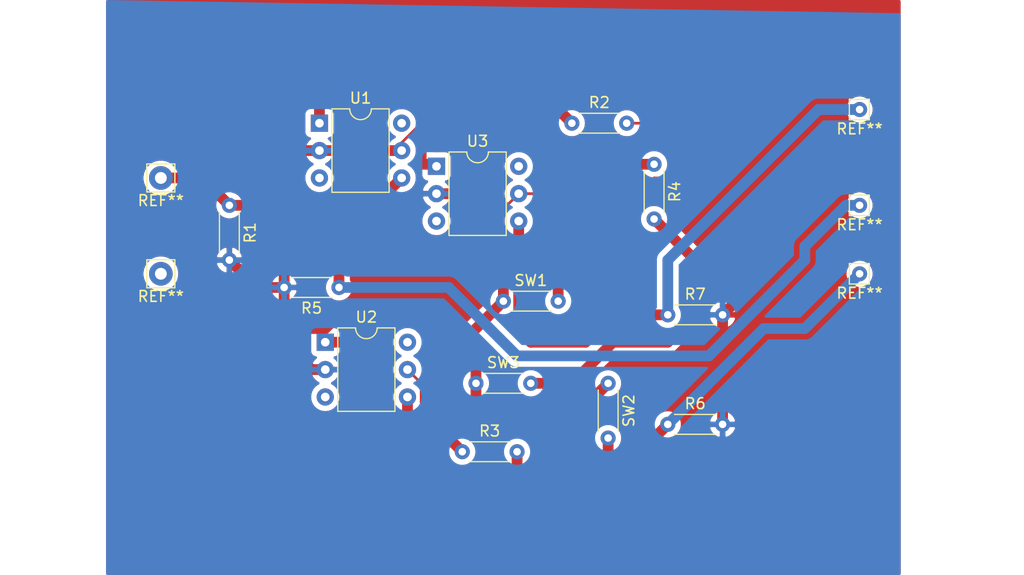
<source format=kicad_pcb>
(kicad_pcb (version 20171130) (host pcbnew "(5.1.4)-1")

  (general
    (thickness 1.6)
    (drawings 0)
    (tracks 141)
    (zones 0)
    (modules 18)
    (nets 18)
  )

  (page A4)
  (layers
    (0 F.Cu signal)
    (31 B.Cu signal)
    (32 B.Adhes user)
    (33 F.Adhes user)
    (34 B.Paste user)
    (35 F.Paste user)
    (36 B.SilkS user)
    (37 F.SilkS user)
    (38 B.Mask user)
    (39 F.Mask user)
    (40 Dwgs.User user)
    (41 Cmts.User user)
    (42 Eco1.User user)
    (43 Eco2.User user)
    (44 Edge.Cuts user)
    (45 Margin user)
    (46 B.CrtYd user)
    (47 F.CrtYd user)
    (48 B.Fab user)
    (49 F.Fab user)
  )

  (setup
    (last_trace_width 1)
    (user_trace_width 1)
    (trace_clearance 0.2)
    (zone_clearance 0.508)
    (zone_45_only no)
    (trace_min 0.2)
    (via_size 0.8)
    (via_drill 0.4)
    (via_min_size 0.4)
    (via_min_drill 0.3)
    (uvia_size 0.3)
    (uvia_drill 0.1)
    (uvias_allowed no)
    (uvia_min_size 0.2)
    (uvia_min_drill 0.1)
    (edge_width 0.05)
    (segment_width 0.2)
    (pcb_text_width 0.3)
    (pcb_text_size 1.5 1.5)
    (mod_edge_width 0.12)
    (mod_text_size 1 1)
    (mod_text_width 0.15)
    (pad_size 1.524 1.524)
    (pad_drill 0.762)
    (pad_to_mask_clearance 0.051)
    (solder_mask_min_width 0.25)
    (aux_axis_origin 0 0)
    (visible_elements FFFFFF7F)
    (pcbplotparams
      (layerselection 0x010fc_ffffffff)
      (usegerberextensions false)
      (usegerberattributes false)
      (usegerberadvancedattributes false)
      (creategerberjobfile false)
      (excludeedgelayer true)
      (linewidth 0.100000)
      (plotframeref false)
      (viasonmask false)
      (mode 1)
      (useauxorigin false)
      (hpglpennumber 1)
      (hpglpenspeed 20)
      (hpglpendiameter 15.000000)
      (psnegative false)
      (psa4output false)
      (plotreference true)
      (plotvalue true)
      (plotinvisibletext false)
      (padsonsilk false)
      (subtractmaskfromsilk false)
      (outputformat 1)
      (mirror false)
      (drillshape 1)
      (scaleselection 1)
      (outputdirectory ""))
  )

  (net 0 "")
  (net 1 Earth)
  (net 2 VDC)
  (net 3 "Net-(R2-Pad2)")
  (net 4 "Net-(R2-Pad1)")
  (net 5 "Net-(R3-Pad2)")
  (net 6 "Net-(R3-Pad1)")
  (net 7 "Net-(R4-Pad2)")
  (net 8 "Net-(R4-Pad1)")
  (net 9 "Net-(R5-Pad1)")
  (net 10 "Net-(R6-Pad1)")
  (net 11 "Net-(R7-Pad1)")
  (net 12 "Net-(U1-Pad6)")
  (net 13 "Net-(U1-Pad3)")
  (net 14 "Net-(U2-Pad6)")
  (net 15 "Net-(U2-Pad3)")
  (net 16 "Net-(U3-Pad6)")
  (net 17 "Net-(U3-Pad3)")

  (net_class Default "Esta es la clase de red por defecto."
    (clearance 0.2)
    (trace_width 0.25)
    (via_dia 0.8)
    (via_drill 0.4)
    (uvia_dia 0.3)
    (uvia_drill 0.1)
    (add_net Earth)
    (add_net "Net-(R2-Pad1)")
    (add_net "Net-(R2-Pad2)")
    (add_net "Net-(R3-Pad1)")
    (add_net "Net-(R3-Pad2)")
    (add_net "Net-(R4-Pad1)")
    (add_net "Net-(R4-Pad2)")
    (add_net "Net-(R5-Pad1)")
    (add_net "Net-(R6-Pad1)")
    (add_net "Net-(R7-Pad1)")
    (add_net "Net-(U1-Pad3)")
    (add_net "Net-(U1-Pad6)")
    (add_net "Net-(U2-Pad3)")
    (add_net "Net-(U2-Pad6)")
    (add_net "Net-(U3-Pad3)")
    (add_net "Net-(U3-Pad6)")
    (add_net VDC)
  )

  (module Connector_Pin:Pin_D0.7mm_L6.5mm_W1.8mm_FlatFork (layer F.Cu) (tedit 5A1DC084) (tstamp 5DA03E0A)
    (at 181.61 92.71)
    (descr "solder Pin_ with flat fork, hole diameter 0.7mm, length 6.5mm, width 1.8mm")
    (tags "solder Pin_ with flat fork")
    (fp_text reference REF** (at 0 1.8) (layer F.SilkS)
      (effects (font (size 1 1) (thickness 0.15)))
    )
    (fp_text value Pin_D0.7mm_L6.5mm_W1.8mm_FlatFork (at 0 -1.8) (layer F.Fab)
      (effects (font (size 1 1) (thickness 0.15)))
    )
    (fp_line (start 1.35 1.2) (end -1.4 1.2) (layer F.CrtYd) (width 0.05))
    (fp_line (start 1.35 1.2) (end 1.35 -1.2) (layer F.CrtYd) (width 0.05))
    (fp_line (start -1.4 -1.2) (end -1.4 1.2) (layer F.CrtYd) (width 0.05))
    (fp_line (start -1.4 -1.2) (end 1.35 -1.2) (layer F.CrtYd) (width 0.05))
    (fp_line (start -0.9 0.25) (end -0.9 -0.25) (layer F.Fab) (width 0.12))
    (fp_line (start 0.85 0.25) (end -0.9 0.25) (layer F.Fab) (width 0.12))
    (fp_line (start 0.85 -0.25) (end 0.85 0.25) (layer F.Fab) (width 0.12))
    (fp_line (start -0.9 -0.25) (end 0.85 -0.25) (layer F.Fab) (width 0.12))
    (fp_line (start 0.9 -0.95) (end -0.95 -0.95) (layer F.SilkS) (width 0.12))
    (fp_line (start 0.9 -0.9) (end 0.9 -0.95) (layer F.SilkS) (width 0.12))
    (fp_line (start 0.9 0.95) (end 0.9 -0.9) (layer F.SilkS) (width 0.12))
    (fp_line (start -0.95 0.95) (end 0.9 0.95) (layer F.SilkS) (width 0.12))
    (fp_line (start -0.95 -0.95) (end -0.95 0.95) (layer F.SilkS) (width 0.12))
    (fp_text user %R (at 0 1.8) (layer F.Fab)
      (effects (font (size 1 1) (thickness 0.15)))
    )
    (pad 1 thru_hole circle (at 0 0) (size 1.4 1.4) (drill 0.7) (layers *.Cu *.Mask))
    (model ${KISYS3DMOD}/Connector_Pin.3dshapes/Pin_D0.7mm_L6.5mm_W1.8mm_FlatFork.wrl
      (at (xyz 0 0 0))
      (scale (xyz 1 1 1))
      (rotate (xyz 0 0 0))
    )
  )

  (module Connector_Pin:Pin_D0.7mm_L6.5mm_W1.8mm_FlatFork (layer F.Cu) (tedit 5A1DC084) (tstamp 5DA03DC1)
    (at 181.61 86.36)
    (descr "solder Pin_ with flat fork, hole diameter 0.7mm, length 6.5mm, width 1.8mm")
    (tags "solder Pin_ with flat fork")
    (fp_text reference REF** (at 0 1.8) (layer F.SilkS)
      (effects (font (size 1 1) (thickness 0.15)))
    )
    (fp_text value Pin_D0.7mm_L6.5mm_W1.8mm_FlatFork (at 0 -1.8) (layer F.Fab)
      (effects (font (size 1 1) (thickness 0.15)))
    )
    (fp_line (start 1.35 1.2) (end -1.4 1.2) (layer F.CrtYd) (width 0.05))
    (fp_line (start 1.35 1.2) (end 1.35 -1.2) (layer F.CrtYd) (width 0.05))
    (fp_line (start -1.4 -1.2) (end -1.4 1.2) (layer F.CrtYd) (width 0.05))
    (fp_line (start -1.4 -1.2) (end 1.35 -1.2) (layer F.CrtYd) (width 0.05))
    (fp_line (start -0.9 0.25) (end -0.9 -0.25) (layer F.Fab) (width 0.12))
    (fp_line (start 0.85 0.25) (end -0.9 0.25) (layer F.Fab) (width 0.12))
    (fp_line (start 0.85 -0.25) (end 0.85 0.25) (layer F.Fab) (width 0.12))
    (fp_line (start -0.9 -0.25) (end 0.85 -0.25) (layer F.Fab) (width 0.12))
    (fp_line (start 0.9 -0.95) (end -0.95 -0.95) (layer F.SilkS) (width 0.12))
    (fp_line (start 0.9 -0.9) (end 0.9 -0.95) (layer F.SilkS) (width 0.12))
    (fp_line (start 0.9 0.95) (end 0.9 -0.9) (layer F.SilkS) (width 0.12))
    (fp_line (start -0.95 0.95) (end 0.9 0.95) (layer F.SilkS) (width 0.12))
    (fp_line (start -0.95 -0.95) (end -0.95 0.95) (layer F.SilkS) (width 0.12))
    (fp_text user %R (at 0 1.8) (layer F.Fab)
      (effects (font (size 1 1) (thickness 0.15)))
    )
    (pad 1 thru_hole circle (at 0 0) (size 1.4 1.4) (drill 0.7) (layers *.Cu *.Mask))
    (model ${KISYS3DMOD}/Connector_Pin.3dshapes/Pin_D0.7mm_L6.5mm_W1.8mm_FlatFork.wrl
      (at (xyz 0 0 0))
      (scale (xyz 1 1 1))
      (rotate (xyz 0 0 0))
    )
  )

  (module Connector_Pin:Pin_D0.7mm_L6.5mm_W1.8mm_FlatFork (layer F.Cu) (tedit 5A1DC084) (tstamp 5DA03D78)
    (at 181.61 77.47)
    (descr "solder Pin_ with flat fork, hole diameter 0.7mm, length 6.5mm, width 1.8mm")
    (tags "solder Pin_ with flat fork")
    (fp_text reference REF** (at 0 1.8) (layer F.SilkS)
      (effects (font (size 1 1) (thickness 0.15)))
    )
    (fp_text value Pin_D0.7mm_L6.5mm_W1.8mm_FlatFork (at 0 -1.8) (layer F.Fab)
      (effects (font (size 1 1) (thickness 0.15)))
    )
    (fp_line (start 1.35 1.2) (end -1.4 1.2) (layer F.CrtYd) (width 0.05))
    (fp_line (start 1.35 1.2) (end 1.35 -1.2) (layer F.CrtYd) (width 0.05))
    (fp_line (start -1.4 -1.2) (end -1.4 1.2) (layer F.CrtYd) (width 0.05))
    (fp_line (start -1.4 -1.2) (end 1.35 -1.2) (layer F.CrtYd) (width 0.05))
    (fp_line (start -0.9 0.25) (end -0.9 -0.25) (layer F.Fab) (width 0.12))
    (fp_line (start 0.85 0.25) (end -0.9 0.25) (layer F.Fab) (width 0.12))
    (fp_line (start 0.85 -0.25) (end 0.85 0.25) (layer F.Fab) (width 0.12))
    (fp_line (start -0.9 -0.25) (end 0.85 -0.25) (layer F.Fab) (width 0.12))
    (fp_line (start 0.9 -0.95) (end -0.95 -0.95) (layer F.SilkS) (width 0.12))
    (fp_line (start 0.9 -0.9) (end 0.9 -0.95) (layer F.SilkS) (width 0.12))
    (fp_line (start 0.9 0.95) (end 0.9 -0.9) (layer F.SilkS) (width 0.12))
    (fp_line (start -0.95 0.95) (end 0.9 0.95) (layer F.SilkS) (width 0.12))
    (fp_line (start -0.95 -0.95) (end -0.95 0.95) (layer F.SilkS) (width 0.12))
    (fp_text user %R (at 0 1.8) (layer F.Fab)
      (effects (font (size 1 1) (thickness 0.15)))
    )
    (pad 1 thru_hole circle (at 0 0) (size 1.4 1.4) (drill 0.7) (layers *.Cu *.Mask))
    (model ${KISYS3DMOD}/Connector_Pin.3dshapes/Pin_D0.7mm_L6.5mm_W1.8mm_FlatFork.wrl
      (at (xyz 0 0 0))
      (scale (xyz 1 1 1))
      (rotate (xyz 0 0 0))
    )
  )

  (module Connector_Pin:Pin_D1.1mm_L8.5mm_W2.5mm_FlatFork (layer F.Cu) (tedit 5A1DC085) (tstamp 5DA03CB9)
    (at 116.84 92.71)
    (descr "solder Pin_ with flat fork, hole diameter 1.1mm, length 8.5mm, width 2.5mm")
    (tags "solder Pin_ with flat fork")
    (fp_text reference REF** (at 0 2.1) (layer F.SilkS)
      (effects (font (size 1 1) (thickness 0.15)))
    )
    (fp_text value Pin_D1.1mm_L8.5mm_W2.5mm_FlatFork (at 0 -2.05) (layer F.Fab)
      (effects (font (size 1 1) (thickness 0.15)))
    )
    (fp_line (start 1.75 1.6) (end -1.75 1.6) (layer F.CrtYd) (width 0.05))
    (fp_line (start 1.75 1.6) (end 1.75 -1.6) (layer F.CrtYd) (width 0.05))
    (fp_line (start -1.75 -1.6) (end -1.75 1.6) (layer F.CrtYd) (width 0.05))
    (fp_line (start -1.75 -1.6) (end 1.75 -1.6) (layer F.CrtYd) (width 0.05))
    (fp_line (start 1.25 -0.25) (end -1.25 -0.25) (layer F.Fab) (width 0.12))
    (fp_line (start 1.25 0.25) (end 1.25 -0.25) (layer F.Fab) (width 0.12))
    (fp_line (start -1.25 0.25) (end 1.25 0.25) (layer F.Fab) (width 0.12))
    (fp_line (start -1.25 -0.25) (end -1.25 0.25) (layer F.Fab) (width 0.12))
    (fp_line (start -1.3 1.3) (end 1.3 1.3) (layer F.SilkS) (width 0.12))
    (fp_line (start 1.3 -1.3) (end 1.3 1.3) (layer F.SilkS) (width 0.12))
    (fp_line (start -1.3 -1.3) (end 1.3 -1.3) (layer F.SilkS) (width 0.12))
    (fp_line (start -1.3 1.3) (end -1.3 -1.3) (layer F.SilkS) (width 0.12))
    (fp_text user %R (at 0 2.1) (layer F.Fab)
      (effects (font (size 1 1) (thickness 0.15)))
    )
    (pad 1 thru_hole circle (at 0 0) (size 2.2 2.2) (drill 1.1) (layers *.Cu *.Mask))
    (model ${KISYS3DMOD}/Connector_Pin.3dshapes/Pin_D1.1mm_L8.5mm_W2.5mm_FlatFork.wrl
      (at (xyz 0 0 0))
      (scale (xyz 1 1 1))
      (rotate (xyz 0 0 0))
    )
  )

  (module Connector_Pin:Pin_D1.1mm_L8.5mm_W2.5mm_FlatFork (layer F.Cu) (tedit 5A1DC085) (tstamp 5DA03C74)
    (at 116.84 83.82)
    (descr "solder Pin_ with flat fork, hole diameter 1.1mm, length 8.5mm, width 2.5mm")
    (tags "solder Pin_ with flat fork")
    (fp_text reference REF** (at 0 2.1) (layer F.SilkS)
      (effects (font (size 1 1) (thickness 0.15)))
    )
    (fp_text value Pin_D1.1mm_L8.5mm_W2.5mm_FlatFork (at 0 -2.05) (layer F.Fab)
      (effects (font (size 1 1) (thickness 0.15)))
    )
    (fp_line (start 1.75 1.6) (end -1.75 1.6) (layer F.CrtYd) (width 0.05))
    (fp_line (start 1.75 1.6) (end 1.75 -1.6) (layer F.CrtYd) (width 0.05))
    (fp_line (start -1.75 -1.6) (end -1.75 1.6) (layer F.CrtYd) (width 0.05))
    (fp_line (start -1.75 -1.6) (end 1.75 -1.6) (layer F.CrtYd) (width 0.05))
    (fp_line (start 1.25 -0.25) (end -1.25 -0.25) (layer F.Fab) (width 0.12))
    (fp_line (start 1.25 0.25) (end 1.25 -0.25) (layer F.Fab) (width 0.12))
    (fp_line (start -1.25 0.25) (end 1.25 0.25) (layer F.Fab) (width 0.12))
    (fp_line (start -1.25 -0.25) (end -1.25 0.25) (layer F.Fab) (width 0.12))
    (fp_line (start -1.3 1.3) (end 1.3 1.3) (layer F.SilkS) (width 0.12))
    (fp_line (start 1.3 -1.3) (end 1.3 1.3) (layer F.SilkS) (width 0.12))
    (fp_line (start -1.3 -1.3) (end 1.3 -1.3) (layer F.SilkS) (width 0.12))
    (fp_line (start -1.3 1.3) (end -1.3 -1.3) (layer F.SilkS) (width 0.12))
    (fp_text user %R (at 0 2.1) (layer F.Fab)
      (effects (font (size 1 1) (thickness 0.15)))
    )
    (pad 1 thru_hole circle (at 0 0) (size 2.2 2.2) (drill 1.1) (layers *.Cu *.Mask))
    (model ${KISYS3DMOD}/Connector_Pin.3dshapes/Pin_D1.1mm_L8.5mm_W2.5mm_FlatFork.wrl
      (at (xyz 0 0 0))
      (scale (xyz 1 1 1))
      (rotate (xyz 0 0 0))
    )
  )

  (module Package_DIP:DIP-6_W7.62mm (layer F.Cu) (tedit 5A02E8C5) (tstamp 5DA03A93)
    (at 142.39 82.74)
    (descr "6-lead though-hole mounted DIP package, row spacing 7.62 mm (300 mils)")
    (tags "THT DIP DIL PDIP 2.54mm 7.62mm 300mil")
    (path /5DA025DA)
    (fp_text reference U3 (at 3.81 -2.33) (layer F.SilkS)
      (effects (font (size 1 1) (thickness 0.15)))
    )
    (fp_text value 4N25 (at 3.81 7.41) (layer F.Fab)
      (effects (font (size 1 1) (thickness 0.15)))
    )
    (fp_text user %R (at 3.81 2.54) (layer F.Fab)
      (effects (font (size 1 1) (thickness 0.15)))
    )
    (fp_line (start 8.7 -1.55) (end -1.1 -1.55) (layer F.CrtYd) (width 0.05))
    (fp_line (start 8.7 6.6) (end 8.7 -1.55) (layer F.CrtYd) (width 0.05))
    (fp_line (start -1.1 6.6) (end 8.7 6.6) (layer F.CrtYd) (width 0.05))
    (fp_line (start -1.1 -1.55) (end -1.1 6.6) (layer F.CrtYd) (width 0.05))
    (fp_line (start 6.46 -1.33) (end 4.81 -1.33) (layer F.SilkS) (width 0.12))
    (fp_line (start 6.46 6.41) (end 6.46 -1.33) (layer F.SilkS) (width 0.12))
    (fp_line (start 1.16 6.41) (end 6.46 6.41) (layer F.SilkS) (width 0.12))
    (fp_line (start 1.16 -1.33) (end 1.16 6.41) (layer F.SilkS) (width 0.12))
    (fp_line (start 2.81 -1.33) (end 1.16 -1.33) (layer F.SilkS) (width 0.12))
    (fp_line (start 0.635 -0.27) (end 1.635 -1.27) (layer F.Fab) (width 0.1))
    (fp_line (start 0.635 6.35) (end 0.635 -0.27) (layer F.Fab) (width 0.1))
    (fp_line (start 6.985 6.35) (end 0.635 6.35) (layer F.Fab) (width 0.1))
    (fp_line (start 6.985 -1.27) (end 6.985 6.35) (layer F.Fab) (width 0.1))
    (fp_line (start 1.635 -1.27) (end 6.985 -1.27) (layer F.Fab) (width 0.1))
    (fp_arc (start 3.81 -1.33) (end 2.81 -1.33) (angle -180) (layer F.SilkS) (width 0.12))
    (pad 6 thru_hole oval (at 7.62 0) (size 1.6 1.6) (drill 0.8) (layers *.Cu *.Mask)
      (net 16 "Net-(U3-Pad6)"))
    (pad 3 thru_hole oval (at 0 5.08) (size 1.6 1.6) (drill 0.8) (layers *.Cu *.Mask)
      (net 17 "Net-(U3-Pad3)"))
    (pad 5 thru_hole oval (at 7.62 2.54) (size 1.6 1.6) (drill 0.8) (layers *.Cu *.Mask)
      (net 2 VDC))
    (pad 2 thru_hole oval (at 0 2.54) (size 1.6 1.6) (drill 0.8) (layers *.Cu *.Mask)
      (net 1 Earth))
    (pad 4 thru_hole oval (at 7.62 5.08) (size 1.6 1.6) (drill 0.8) (layers *.Cu *.Mask)
      (net 11 "Net-(R7-Pad1)"))
    (pad 1 thru_hole rect (at 0 0) (size 1.6 1.6) (drill 0.8) (layers *.Cu *.Mask)
      (net 8 "Net-(R4-Pad1)"))
    (model ${KISYS3DMOD}/Package_DIP.3dshapes/DIP-6_W7.62mm.wrl
      (at (xyz 0 0 0))
      (scale (xyz 1 1 1))
      (rotate (xyz 0 0 0))
    )
  )

  (module Package_DIP:DIP-6_W7.62mm (layer F.Cu) (tedit 5A02E8C5) (tstamp 5DA03A79)
    (at 132.08 99.06)
    (descr "6-lead though-hole mounted DIP package, row spacing 7.62 mm (300 mils)")
    (tags "THT DIP DIL PDIP 2.54mm 7.62mm 300mil")
    (path /5DA02168)
    (fp_text reference U2 (at 3.81 -2.33) (layer F.SilkS)
      (effects (font (size 1 1) (thickness 0.15)))
    )
    (fp_text value 4N25 (at 3.81 7.41) (layer F.Fab)
      (effects (font (size 1 1) (thickness 0.15)))
    )
    (fp_text user %R (at 3.81 2.54) (layer F.Fab)
      (effects (font (size 1 1) (thickness 0.15)))
    )
    (fp_line (start 8.7 -1.55) (end -1.1 -1.55) (layer F.CrtYd) (width 0.05))
    (fp_line (start 8.7 6.6) (end 8.7 -1.55) (layer F.CrtYd) (width 0.05))
    (fp_line (start -1.1 6.6) (end 8.7 6.6) (layer F.CrtYd) (width 0.05))
    (fp_line (start -1.1 -1.55) (end -1.1 6.6) (layer F.CrtYd) (width 0.05))
    (fp_line (start 6.46 -1.33) (end 4.81 -1.33) (layer F.SilkS) (width 0.12))
    (fp_line (start 6.46 6.41) (end 6.46 -1.33) (layer F.SilkS) (width 0.12))
    (fp_line (start 1.16 6.41) (end 6.46 6.41) (layer F.SilkS) (width 0.12))
    (fp_line (start 1.16 -1.33) (end 1.16 6.41) (layer F.SilkS) (width 0.12))
    (fp_line (start 2.81 -1.33) (end 1.16 -1.33) (layer F.SilkS) (width 0.12))
    (fp_line (start 0.635 -0.27) (end 1.635 -1.27) (layer F.Fab) (width 0.1))
    (fp_line (start 0.635 6.35) (end 0.635 -0.27) (layer F.Fab) (width 0.1))
    (fp_line (start 6.985 6.35) (end 0.635 6.35) (layer F.Fab) (width 0.1))
    (fp_line (start 6.985 -1.27) (end 6.985 6.35) (layer F.Fab) (width 0.1))
    (fp_line (start 1.635 -1.27) (end 6.985 -1.27) (layer F.Fab) (width 0.1))
    (fp_arc (start 3.81 -1.33) (end 2.81 -1.33) (angle -180) (layer F.SilkS) (width 0.12))
    (pad 6 thru_hole oval (at 7.62 0) (size 1.6 1.6) (drill 0.8) (layers *.Cu *.Mask)
      (net 14 "Net-(U2-Pad6)"))
    (pad 3 thru_hole oval (at 0 5.08) (size 1.6 1.6) (drill 0.8) (layers *.Cu *.Mask)
      (net 15 "Net-(U2-Pad3)"))
    (pad 5 thru_hole oval (at 7.62 2.54) (size 1.6 1.6) (drill 0.8) (layers *.Cu *.Mask)
      (net 2 VDC))
    (pad 2 thru_hole oval (at 0 2.54) (size 1.6 1.6) (drill 0.8) (layers *.Cu *.Mask)
      (net 1 Earth))
    (pad 4 thru_hole oval (at 7.62 5.08) (size 1.6 1.6) (drill 0.8) (layers *.Cu *.Mask)
      (net 10 "Net-(R6-Pad1)"))
    (pad 1 thru_hole rect (at 0 0) (size 1.6 1.6) (drill 0.8) (layers *.Cu *.Mask)
      (net 6 "Net-(R3-Pad1)"))
    (model ${KISYS3DMOD}/Package_DIP.3dshapes/DIP-6_W7.62mm.wrl
      (at (xyz 0 0 0))
      (scale (xyz 1 1 1))
      (rotate (xyz 0 0 0))
    )
  )

  (module Package_DIP:DIP-6_W7.62mm (layer F.Cu) (tedit 5A02E8C5) (tstamp 5DA03A5F)
    (at 131.54 78.74)
    (descr "6-lead though-hole mounted DIP package, row spacing 7.62 mm (300 mils)")
    (tags "THT DIP DIL PDIP 2.54mm 7.62mm 300mil")
    (path /5DA01BE0)
    (fp_text reference U1 (at 3.81 -2.33) (layer F.SilkS)
      (effects (font (size 1 1) (thickness 0.15)))
    )
    (fp_text value 4N25 (at 3.81 7.41) (layer F.Fab)
      (effects (font (size 1 1) (thickness 0.15)))
    )
    (fp_text user %R (at 3.81 2.54) (layer F.Fab)
      (effects (font (size 1 1) (thickness 0.15)))
    )
    (fp_line (start 8.7 -1.55) (end -1.1 -1.55) (layer F.CrtYd) (width 0.05))
    (fp_line (start 8.7 6.6) (end 8.7 -1.55) (layer F.CrtYd) (width 0.05))
    (fp_line (start -1.1 6.6) (end 8.7 6.6) (layer F.CrtYd) (width 0.05))
    (fp_line (start -1.1 -1.55) (end -1.1 6.6) (layer F.CrtYd) (width 0.05))
    (fp_line (start 6.46 -1.33) (end 4.81 -1.33) (layer F.SilkS) (width 0.12))
    (fp_line (start 6.46 6.41) (end 6.46 -1.33) (layer F.SilkS) (width 0.12))
    (fp_line (start 1.16 6.41) (end 6.46 6.41) (layer F.SilkS) (width 0.12))
    (fp_line (start 1.16 -1.33) (end 1.16 6.41) (layer F.SilkS) (width 0.12))
    (fp_line (start 2.81 -1.33) (end 1.16 -1.33) (layer F.SilkS) (width 0.12))
    (fp_line (start 0.635 -0.27) (end 1.635 -1.27) (layer F.Fab) (width 0.1))
    (fp_line (start 0.635 6.35) (end 0.635 -0.27) (layer F.Fab) (width 0.1))
    (fp_line (start 6.985 6.35) (end 0.635 6.35) (layer F.Fab) (width 0.1))
    (fp_line (start 6.985 -1.27) (end 6.985 6.35) (layer F.Fab) (width 0.1))
    (fp_line (start 1.635 -1.27) (end 6.985 -1.27) (layer F.Fab) (width 0.1))
    (fp_arc (start 3.81 -1.33) (end 2.81 -1.33) (angle -180) (layer F.SilkS) (width 0.12))
    (pad 6 thru_hole oval (at 7.62 0) (size 1.6 1.6) (drill 0.8) (layers *.Cu *.Mask)
      (net 12 "Net-(U1-Pad6)"))
    (pad 3 thru_hole oval (at 0 5.08) (size 1.6 1.6) (drill 0.8) (layers *.Cu *.Mask)
      (net 13 "Net-(U1-Pad3)"))
    (pad 5 thru_hole oval (at 7.62 2.54) (size 1.6 1.6) (drill 0.8) (layers *.Cu *.Mask)
      (net 2 VDC))
    (pad 2 thru_hole oval (at 0 2.54) (size 1.6 1.6) (drill 0.8) (layers *.Cu *.Mask)
      (net 1 Earth))
    (pad 4 thru_hole oval (at 7.62 5.08) (size 1.6 1.6) (drill 0.8) (layers *.Cu *.Mask)
      (net 9 "Net-(R5-Pad1)"))
    (pad 1 thru_hole rect (at 0 0) (size 1.6 1.6) (drill 0.8) (layers *.Cu *.Mask)
      (net 4 "Net-(R2-Pad1)"))
    (model ${KISYS3DMOD}/Package_DIP.3dshapes/DIP-6_W7.62mm.wrl
      (at (xyz 0 0 0))
      (scale (xyz 1 1 1))
      (rotate (xyz 0 0 0))
    )
  )

  (module Resistor_THT:R_Axial_DIN0204_L3.6mm_D1.6mm_P5.08mm_Horizontal (layer F.Cu) (tedit 5AE5139B) (tstamp 5DA03A45)
    (at 146.05 102.87)
    (descr "Resistor, Axial_DIN0204 series, Axial, Horizontal, pin pitch=5.08mm, 0.167W, length*diameter=3.6*1.6mm^2, http://cdn-reichelt.de/documents/datenblatt/B400/1_4W%23YAG.pdf")
    (tags "Resistor Axial_DIN0204 series Axial Horizontal pin pitch 5.08mm 0.167W length 3.6mm diameter 1.6mm")
    (path /5DA0179C)
    (fp_text reference SW3 (at 2.54 -1.92) (layer F.SilkS)
      (effects (font (size 1 1) (thickness 0.15)))
    )
    (fp_text value SW_Push (at 2.54 1.92) (layer F.Fab)
      (effects (font (size 1 1) (thickness 0.15)))
    )
    (fp_text user %R (at 2.54 0.05) (layer F.Fab)
      (effects (font (size 0.72 0.72) (thickness 0.108)))
    )
    (fp_line (start 6.03 -1.05) (end -0.95 -1.05) (layer F.CrtYd) (width 0.05))
    (fp_line (start 6.03 1.05) (end 6.03 -1.05) (layer F.CrtYd) (width 0.05))
    (fp_line (start -0.95 1.05) (end 6.03 1.05) (layer F.CrtYd) (width 0.05))
    (fp_line (start -0.95 -1.05) (end -0.95 1.05) (layer F.CrtYd) (width 0.05))
    (fp_line (start 0.62 0.92) (end 4.46 0.92) (layer F.SilkS) (width 0.12))
    (fp_line (start 0.62 -0.92) (end 4.46 -0.92) (layer F.SilkS) (width 0.12))
    (fp_line (start 5.08 0) (end 4.34 0) (layer F.Fab) (width 0.1))
    (fp_line (start 0 0) (end 0.74 0) (layer F.Fab) (width 0.1))
    (fp_line (start 4.34 -0.8) (end 0.74 -0.8) (layer F.Fab) (width 0.1))
    (fp_line (start 4.34 0.8) (end 4.34 -0.8) (layer F.Fab) (width 0.1))
    (fp_line (start 0.74 0.8) (end 4.34 0.8) (layer F.Fab) (width 0.1))
    (fp_line (start 0.74 -0.8) (end 0.74 0.8) (layer F.Fab) (width 0.1))
    (pad 2 thru_hole oval (at 5.08 0) (size 1.4 1.4) (drill 0.7) (layers *.Cu *.Mask)
      (net 7 "Net-(R4-Pad2)"))
    (pad 1 thru_hole circle (at 0 0) (size 1.4 1.4) (drill 0.7) (layers *.Cu *.Mask)
      (net 2 VDC))
    (model ${KISYS3DMOD}/Resistor_THT.3dshapes/R_Axial_DIN0204_L3.6mm_D1.6mm_P5.08mm_Horizontal.wrl
      (at (xyz 0 0 0))
      (scale (xyz 1 1 1))
      (rotate (xyz 0 0 0))
    )
  )

  (module Resistor_THT:R_Axial_DIN0204_L3.6mm_D1.6mm_P5.08mm_Horizontal (layer F.Cu) (tedit 5AE5139B) (tstamp 5DA03A32)
    (at 158.3 102.87 270)
    (descr "Resistor, Axial_DIN0204 series, Axial, Horizontal, pin pitch=5.08mm, 0.167W, length*diameter=3.6*1.6mm^2, http://cdn-reichelt.de/documents/datenblatt/B400/1_4W%23YAG.pdf")
    (tags "Resistor Axial_DIN0204 series Axial Horizontal pin pitch 5.08mm 0.167W length 3.6mm diameter 1.6mm")
    (path /5DA015CA)
    (fp_text reference SW2 (at 2.54 -1.92 90) (layer F.SilkS)
      (effects (font (size 1 1) (thickness 0.15)))
    )
    (fp_text value SW_Push (at 2.54 1.92 90) (layer F.Fab)
      (effects (font (size 1 1) (thickness 0.15)))
    )
    (fp_text user %R (at 2.54 0 90) (layer F.Fab)
      (effects (font (size 0.72 0.72) (thickness 0.108)))
    )
    (fp_line (start 6.03 -1.05) (end -0.95 -1.05) (layer F.CrtYd) (width 0.05))
    (fp_line (start 6.03 1.05) (end 6.03 -1.05) (layer F.CrtYd) (width 0.05))
    (fp_line (start -0.95 1.05) (end 6.03 1.05) (layer F.CrtYd) (width 0.05))
    (fp_line (start -0.95 -1.05) (end -0.95 1.05) (layer F.CrtYd) (width 0.05))
    (fp_line (start 0.62 0.92) (end 4.46 0.92) (layer F.SilkS) (width 0.12))
    (fp_line (start 0.62 -0.92) (end 4.46 -0.92) (layer F.SilkS) (width 0.12))
    (fp_line (start 5.08 0) (end 4.34 0) (layer F.Fab) (width 0.1))
    (fp_line (start 0 0) (end 0.74 0) (layer F.Fab) (width 0.1))
    (fp_line (start 4.34 -0.8) (end 0.74 -0.8) (layer F.Fab) (width 0.1))
    (fp_line (start 4.34 0.8) (end 4.34 -0.8) (layer F.Fab) (width 0.1))
    (fp_line (start 0.74 0.8) (end 4.34 0.8) (layer F.Fab) (width 0.1))
    (fp_line (start 0.74 -0.8) (end 0.74 0.8) (layer F.Fab) (width 0.1))
    (pad 2 thru_hole oval (at 5.08 0 270) (size 1.4 1.4) (drill 0.7) (layers *.Cu *.Mask)
      (net 5 "Net-(R3-Pad2)"))
    (pad 1 thru_hole circle (at 0 0 270) (size 1.4 1.4) (drill 0.7) (layers *.Cu *.Mask)
      (net 2 VDC))
    (model ${KISYS3DMOD}/Resistor_THT.3dshapes/R_Axial_DIN0204_L3.6mm_D1.6mm_P5.08mm_Horizontal.wrl
      (at (xyz 0 0 0))
      (scale (xyz 1 1 1))
      (rotate (xyz 0 0 0))
    )
  )

  (module Resistor_THT:R_Axial_DIN0204_L3.6mm_D1.6mm_P5.08mm_Horizontal (layer F.Cu) (tedit 5AE5139B) (tstamp 5DA03A1F)
    (at 148.59 95.25)
    (descr "Resistor, Axial_DIN0204 series, Axial, Horizontal, pin pitch=5.08mm, 0.167W, length*diameter=3.6*1.6mm^2, http://cdn-reichelt.de/documents/datenblatt/B400/1_4W%23YAG.pdf")
    (tags "Resistor Axial_DIN0204 series Axial Horizontal pin pitch 5.08mm 0.167W length 3.6mm diameter 1.6mm")
    (path /5DA01302)
    (fp_text reference SW1 (at 2.54 -1.92) (layer F.SilkS)
      (effects (font (size 1 1) (thickness 0.15)))
    )
    (fp_text value SW_Push (at 2.54 1.92) (layer F.Fab)
      (effects (font (size 1 1) (thickness 0.15)))
    )
    (fp_text user %R (at 2.54 0) (layer F.Fab)
      (effects (font (size 0.72 0.72) (thickness 0.108)))
    )
    (fp_line (start 6.03 -1.05) (end -0.95 -1.05) (layer F.CrtYd) (width 0.05))
    (fp_line (start 6.03 1.05) (end 6.03 -1.05) (layer F.CrtYd) (width 0.05))
    (fp_line (start -0.95 1.05) (end 6.03 1.05) (layer F.CrtYd) (width 0.05))
    (fp_line (start -0.95 -1.05) (end -0.95 1.05) (layer F.CrtYd) (width 0.05))
    (fp_line (start 0.62 0.92) (end 4.46 0.92) (layer F.SilkS) (width 0.12))
    (fp_line (start 0.62 -0.92) (end 4.46 -0.92) (layer F.SilkS) (width 0.12))
    (fp_line (start 5.08 0) (end 4.34 0) (layer F.Fab) (width 0.1))
    (fp_line (start 0 0) (end 0.74 0) (layer F.Fab) (width 0.1))
    (fp_line (start 4.34 -0.8) (end 0.74 -0.8) (layer F.Fab) (width 0.1))
    (fp_line (start 4.34 0.8) (end 4.34 -0.8) (layer F.Fab) (width 0.1))
    (fp_line (start 0.74 0.8) (end 4.34 0.8) (layer F.Fab) (width 0.1))
    (fp_line (start 0.74 -0.8) (end 0.74 0.8) (layer F.Fab) (width 0.1))
    (pad 2 thru_hole oval (at 5.08 0) (size 1.4 1.4) (drill 0.7) (layers *.Cu *.Mask)
      (net 3 "Net-(R2-Pad2)"))
    (pad 1 thru_hole circle (at 0 0) (size 1.4 1.4) (drill 0.7) (layers *.Cu *.Mask)
      (net 2 VDC))
    (model ${KISYS3DMOD}/Resistor_THT.3dshapes/R_Axial_DIN0204_L3.6mm_D1.6mm_P5.08mm_Horizontal.wrl
      (at (xyz 0 0 0))
      (scale (xyz 1 1 1))
      (rotate (xyz 0 0 0))
    )
  )

  (module Resistor_THT:R_Axial_DIN0204_L3.6mm_D1.6mm_P5.08mm_Horizontal (layer F.Cu) (tedit 5AE5139B) (tstamp 5DA03A0C)
    (at 163.83 96.52)
    (descr "Resistor, Axial_DIN0204 series, Axial, Horizontal, pin pitch=5.08mm, 0.167W, length*diameter=3.6*1.6mm^2, http://cdn-reichelt.de/documents/datenblatt/B400/1_4W%23YAG.pdf")
    (tags "Resistor Axial_DIN0204 series Axial Horizontal pin pitch 5.08mm 0.167W length 3.6mm diameter 1.6mm")
    (path /5DA00F17)
    (fp_text reference R7 (at 2.54 -1.92) (layer F.SilkS)
      (effects (font (size 1 1) (thickness 0.15)))
    )
    (fp_text value R (at 2.54 1.92) (layer F.Fab)
      (effects (font (size 1 1) (thickness 0.15)))
    )
    (fp_text user %R (at 2.54 0) (layer F.Fab)
      (effects (font (size 0.72 0.72) (thickness 0.108)))
    )
    (fp_line (start 6.03 -1.05) (end -0.95 -1.05) (layer F.CrtYd) (width 0.05))
    (fp_line (start 6.03 1.05) (end 6.03 -1.05) (layer F.CrtYd) (width 0.05))
    (fp_line (start -0.95 1.05) (end 6.03 1.05) (layer F.CrtYd) (width 0.05))
    (fp_line (start -0.95 -1.05) (end -0.95 1.05) (layer F.CrtYd) (width 0.05))
    (fp_line (start 0.62 0.92) (end 4.46 0.92) (layer F.SilkS) (width 0.12))
    (fp_line (start 0.62 -0.92) (end 4.46 -0.92) (layer F.SilkS) (width 0.12))
    (fp_line (start 5.08 0) (end 4.34 0) (layer F.Fab) (width 0.1))
    (fp_line (start 0 0) (end 0.74 0) (layer F.Fab) (width 0.1))
    (fp_line (start 4.34 -0.8) (end 0.74 -0.8) (layer F.Fab) (width 0.1))
    (fp_line (start 4.34 0.8) (end 4.34 -0.8) (layer F.Fab) (width 0.1))
    (fp_line (start 0.74 0.8) (end 4.34 0.8) (layer F.Fab) (width 0.1))
    (fp_line (start 0.74 -0.8) (end 0.74 0.8) (layer F.Fab) (width 0.1))
    (pad 2 thru_hole oval (at 5.08 0) (size 1.4 1.4) (drill 0.7) (layers *.Cu *.Mask)
      (net 1 Earth))
    (pad 1 thru_hole circle (at 0 0) (size 1.4 1.4) (drill 0.7) (layers *.Cu *.Mask)
      (net 11 "Net-(R7-Pad1)"))
    (model ${KISYS3DMOD}/Resistor_THT.3dshapes/R_Axial_DIN0204_L3.6mm_D1.6mm_P5.08mm_Horizontal.wrl
      (at (xyz 0 0 0))
      (scale (xyz 1 1 1))
      (rotate (xyz 0 0 0))
    )
  )

  (module Resistor_THT:R_Axial_DIN0204_L3.6mm_D1.6mm_P5.08mm_Horizontal (layer F.Cu) (tedit 5AE5139B) (tstamp 5DA039F9)
    (at 163.83 106.68)
    (descr "Resistor, Axial_DIN0204 series, Axial, Horizontal, pin pitch=5.08mm, 0.167W, length*diameter=3.6*1.6mm^2, http://cdn-reichelt.de/documents/datenblatt/B400/1_4W%23YAG.pdf")
    (tags "Resistor Axial_DIN0204 series Axial Horizontal pin pitch 5.08mm 0.167W length 3.6mm diameter 1.6mm")
    (path /5DA00FF4)
    (fp_text reference R6 (at 2.54 -1.92) (layer F.SilkS)
      (effects (font (size 1 1) (thickness 0.15)))
    )
    (fp_text value R (at 2.54 1.92) (layer F.Fab)
      (effects (font (size 1 1) (thickness 0.15)))
    )
    (fp_text user %R (at 2.54 0) (layer F.Fab)
      (effects (font (size 0.72 0.72) (thickness 0.108)))
    )
    (fp_line (start 6.03 -1.05) (end -0.95 -1.05) (layer F.CrtYd) (width 0.05))
    (fp_line (start 6.03 1.05) (end 6.03 -1.05) (layer F.CrtYd) (width 0.05))
    (fp_line (start -0.95 1.05) (end 6.03 1.05) (layer F.CrtYd) (width 0.05))
    (fp_line (start -0.95 -1.05) (end -0.95 1.05) (layer F.CrtYd) (width 0.05))
    (fp_line (start 0.62 0.92) (end 4.46 0.92) (layer F.SilkS) (width 0.12))
    (fp_line (start 0.62 -0.92) (end 4.46 -0.92) (layer F.SilkS) (width 0.12))
    (fp_line (start 5.08 0) (end 4.34 0) (layer F.Fab) (width 0.1))
    (fp_line (start 0 0) (end 0.74 0) (layer F.Fab) (width 0.1))
    (fp_line (start 4.34 -0.8) (end 0.74 -0.8) (layer F.Fab) (width 0.1))
    (fp_line (start 4.34 0.8) (end 4.34 -0.8) (layer F.Fab) (width 0.1))
    (fp_line (start 0.74 0.8) (end 4.34 0.8) (layer F.Fab) (width 0.1))
    (fp_line (start 0.74 -0.8) (end 0.74 0.8) (layer F.Fab) (width 0.1))
    (pad 2 thru_hole oval (at 5.08 0) (size 1.4 1.4) (drill 0.7) (layers *.Cu *.Mask)
      (net 1 Earth))
    (pad 1 thru_hole circle (at 0 0) (size 1.4 1.4) (drill 0.7) (layers *.Cu *.Mask)
      (net 10 "Net-(R6-Pad1)"))
    (model ${KISYS3DMOD}/Resistor_THT.3dshapes/R_Axial_DIN0204_L3.6mm_D1.6mm_P5.08mm_Horizontal.wrl
      (at (xyz 0 0 0))
      (scale (xyz 1 1 1))
      (rotate (xyz 0 0 0))
    )
  )

  (module Resistor_THT:R_Axial_DIN0204_L3.6mm_D1.6mm_P5.08mm_Horizontal (layer F.Cu) (tedit 5AE5139B) (tstamp 5DA039E6)
    (at 133.35 93.98 180)
    (descr "Resistor, Axial_DIN0204 series, Axial, Horizontal, pin pitch=5.08mm, 0.167W, length*diameter=3.6*1.6mm^2, http://cdn-reichelt.de/documents/datenblatt/B400/1_4W%23YAG.pdf")
    (tags "Resistor Axial_DIN0204 series Axial Horizontal pin pitch 5.08mm 0.167W length 3.6mm diameter 1.6mm")
    (path /5DA010F1)
    (fp_text reference R5 (at 2.54 -1.92) (layer F.SilkS)
      (effects (font (size 1 1) (thickness 0.15)))
    )
    (fp_text value R (at 2.54 1.92) (layer F.Fab)
      (effects (font (size 1 1) (thickness 0.15)))
    )
    (fp_text user %R (at 2.54 0) (layer F.Fab)
      (effects (font (size 0.72 0.72) (thickness 0.108)))
    )
    (fp_line (start 6.03 -1.05) (end -0.95 -1.05) (layer F.CrtYd) (width 0.05))
    (fp_line (start 6.03 1.05) (end 6.03 -1.05) (layer F.CrtYd) (width 0.05))
    (fp_line (start -0.95 1.05) (end 6.03 1.05) (layer F.CrtYd) (width 0.05))
    (fp_line (start -0.95 -1.05) (end -0.95 1.05) (layer F.CrtYd) (width 0.05))
    (fp_line (start 0.62 0.92) (end 4.46 0.92) (layer F.SilkS) (width 0.12))
    (fp_line (start 0.62 -0.92) (end 4.46 -0.92) (layer F.SilkS) (width 0.12))
    (fp_line (start 5.08 0) (end 4.34 0) (layer F.Fab) (width 0.1))
    (fp_line (start 0 0) (end 0.74 0) (layer F.Fab) (width 0.1))
    (fp_line (start 4.34 -0.8) (end 0.74 -0.8) (layer F.Fab) (width 0.1))
    (fp_line (start 4.34 0.8) (end 4.34 -0.8) (layer F.Fab) (width 0.1))
    (fp_line (start 0.74 0.8) (end 4.34 0.8) (layer F.Fab) (width 0.1))
    (fp_line (start 0.74 -0.8) (end 0.74 0.8) (layer F.Fab) (width 0.1))
    (pad 2 thru_hole oval (at 5.08 0 180) (size 1.4 1.4) (drill 0.7) (layers *.Cu *.Mask)
      (net 1 Earth))
    (pad 1 thru_hole circle (at 0 0 180) (size 1.4 1.4) (drill 0.7) (layers *.Cu *.Mask)
      (net 9 "Net-(R5-Pad1)"))
    (model ${KISYS3DMOD}/Resistor_THT.3dshapes/R_Axial_DIN0204_L3.6mm_D1.6mm_P5.08mm_Horizontal.wrl
      (at (xyz 0 0 0))
      (scale (xyz 1 1 1))
      (rotate (xyz 0 0 0))
    )
  )

  (module Resistor_THT:R_Axial_DIN0204_L3.6mm_D1.6mm_P5.08mm_Horizontal (layer F.Cu) (tedit 5AE5139B) (tstamp 5DA039D3)
    (at 162.56 82.55 270)
    (descr "Resistor, Axial_DIN0204 series, Axial, Horizontal, pin pitch=5.08mm, 0.167W, length*diameter=3.6*1.6mm^2, http://cdn-reichelt.de/documents/datenblatt/B400/1_4W%23YAG.pdf")
    (tags "Resistor Axial_DIN0204 series Axial Horizontal pin pitch 5.08mm 0.167W length 3.6mm diameter 1.6mm")
    (path /5DA00E2B)
    (fp_text reference R4 (at 2.54 -1.92 90) (layer F.SilkS)
      (effects (font (size 1 1) (thickness 0.15)))
    )
    (fp_text value R (at 2.54 1.92 90) (layer F.Fab)
      (effects (font (size 1 1) (thickness 0.15)))
    )
    (fp_text user %R (at 2.54 0 90) (layer F.Fab)
      (effects (font (size 0.72 0.72) (thickness 0.108)))
    )
    (fp_line (start 6.03 -1.05) (end -0.95 -1.05) (layer F.CrtYd) (width 0.05))
    (fp_line (start 6.03 1.05) (end 6.03 -1.05) (layer F.CrtYd) (width 0.05))
    (fp_line (start -0.95 1.05) (end 6.03 1.05) (layer F.CrtYd) (width 0.05))
    (fp_line (start -0.95 -1.05) (end -0.95 1.05) (layer F.CrtYd) (width 0.05))
    (fp_line (start 0.62 0.92) (end 4.46 0.92) (layer F.SilkS) (width 0.12))
    (fp_line (start 0.62 -0.92) (end 4.46 -0.92) (layer F.SilkS) (width 0.12))
    (fp_line (start 5.08 0) (end 4.34 0) (layer F.Fab) (width 0.1))
    (fp_line (start 0 0) (end 0.74 0) (layer F.Fab) (width 0.1))
    (fp_line (start 4.34 -0.8) (end 0.74 -0.8) (layer F.Fab) (width 0.1))
    (fp_line (start 4.34 0.8) (end 4.34 -0.8) (layer F.Fab) (width 0.1))
    (fp_line (start 0.74 0.8) (end 4.34 0.8) (layer F.Fab) (width 0.1))
    (fp_line (start 0.74 -0.8) (end 0.74 0.8) (layer F.Fab) (width 0.1))
    (pad 2 thru_hole oval (at 5.08 0 270) (size 1.4 1.4) (drill 0.7) (layers *.Cu *.Mask)
      (net 7 "Net-(R4-Pad2)"))
    (pad 1 thru_hole circle (at 0 0 270) (size 1.4 1.4) (drill 0.7) (layers *.Cu *.Mask)
      (net 8 "Net-(R4-Pad1)"))
    (model ${KISYS3DMOD}/Resistor_THT.3dshapes/R_Axial_DIN0204_L3.6mm_D1.6mm_P5.08mm_Horizontal.wrl
      (at (xyz 0 0 0))
      (scale (xyz 1 1 1))
      (rotate (xyz 0 0 0))
    )
  )

  (module Resistor_THT:R_Axial_DIN0204_L3.6mm_D1.6mm_P5.08mm_Horizontal (layer F.Cu) (tedit 5AE5139B) (tstamp 5DA039C0)
    (at 144.78 109.22)
    (descr "Resistor, Axial_DIN0204 series, Axial, Horizontal, pin pitch=5.08mm, 0.167W, length*diameter=3.6*1.6mm^2, http://cdn-reichelt.de/documents/datenblatt/B400/1_4W%23YAG.pdf")
    (tags "Resistor Axial_DIN0204 series Axial Horizontal pin pitch 5.08mm 0.167W length 3.6mm diameter 1.6mm")
    (path /5DA00D3F)
    (fp_text reference R3 (at 2.54 -1.92) (layer F.SilkS)
      (effects (font (size 1 1) (thickness 0.15)))
    )
    (fp_text value R (at 2.54 1.92) (layer F.Fab)
      (effects (font (size 1 1) (thickness 0.15)))
    )
    (fp_text user %R (at 2.54 0) (layer F.Fab)
      (effects (font (size 0.72 0.72) (thickness 0.108)))
    )
    (fp_line (start 6.03 -1.05) (end -0.95 -1.05) (layer F.CrtYd) (width 0.05))
    (fp_line (start 6.03 1.05) (end 6.03 -1.05) (layer F.CrtYd) (width 0.05))
    (fp_line (start -0.95 1.05) (end 6.03 1.05) (layer F.CrtYd) (width 0.05))
    (fp_line (start -0.95 -1.05) (end -0.95 1.05) (layer F.CrtYd) (width 0.05))
    (fp_line (start 0.62 0.92) (end 4.46 0.92) (layer F.SilkS) (width 0.12))
    (fp_line (start 0.62 -0.92) (end 4.46 -0.92) (layer F.SilkS) (width 0.12))
    (fp_line (start 5.08 0) (end 4.34 0) (layer F.Fab) (width 0.1))
    (fp_line (start 0 0) (end 0.74 0) (layer F.Fab) (width 0.1))
    (fp_line (start 4.34 -0.8) (end 0.74 -0.8) (layer F.Fab) (width 0.1))
    (fp_line (start 4.34 0.8) (end 4.34 -0.8) (layer F.Fab) (width 0.1))
    (fp_line (start 0.74 0.8) (end 4.34 0.8) (layer F.Fab) (width 0.1))
    (fp_line (start 0.74 -0.8) (end 0.74 0.8) (layer F.Fab) (width 0.1))
    (pad 2 thru_hole oval (at 5.08 0) (size 1.4 1.4) (drill 0.7) (layers *.Cu *.Mask)
      (net 5 "Net-(R3-Pad2)"))
    (pad 1 thru_hole circle (at 0 0) (size 1.4 1.4) (drill 0.7) (layers *.Cu *.Mask)
      (net 6 "Net-(R3-Pad1)"))
    (model ${KISYS3DMOD}/Resistor_THT.3dshapes/R_Axial_DIN0204_L3.6mm_D1.6mm_P5.08mm_Horizontal.wrl
      (at (xyz 0 0 0))
      (scale (xyz 1 1 1))
      (rotate (xyz 0 0 0))
    )
  )

  (module Resistor_THT:R_Axial_DIN0204_L3.6mm_D1.6mm_P5.08mm_Horizontal (layer F.Cu) (tedit 5AE5139B) (tstamp 5DA039AD)
    (at 154.94 78.74)
    (descr "Resistor, Axial_DIN0204 series, Axial, Horizontal, pin pitch=5.08mm, 0.167W, length*diameter=3.6*1.6mm^2, http://cdn-reichelt.de/documents/datenblatt/B400/1_4W%23YAG.pdf")
    (tags "Resistor Axial_DIN0204 series Axial Horizontal pin pitch 5.08mm 0.167W length 3.6mm diameter 1.6mm")
    (path /5DA0083B)
    (fp_text reference R2 (at 2.54 -1.92) (layer F.SilkS)
      (effects (font (size 1 1) (thickness 0.15)))
    )
    (fp_text value R (at 2.54 1.92) (layer F.Fab)
      (effects (font (size 1 1) (thickness 0.15)))
    )
    (fp_text user %R (at 2.54 0) (layer F.Fab)
      (effects (font (size 0.72 0.72) (thickness 0.108)))
    )
    (fp_line (start 6.03 -1.05) (end -0.95 -1.05) (layer F.CrtYd) (width 0.05))
    (fp_line (start 6.03 1.05) (end 6.03 -1.05) (layer F.CrtYd) (width 0.05))
    (fp_line (start -0.95 1.05) (end 6.03 1.05) (layer F.CrtYd) (width 0.05))
    (fp_line (start -0.95 -1.05) (end -0.95 1.05) (layer F.CrtYd) (width 0.05))
    (fp_line (start 0.62 0.92) (end 4.46 0.92) (layer F.SilkS) (width 0.12))
    (fp_line (start 0.62 -0.92) (end 4.46 -0.92) (layer F.SilkS) (width 0.12))
    (fp_line (start 5.08 0) (end 4.34 0) (layer F.Fab) (width 0.1))
    (fp_line (start 0 0) (end 0.74 0) (layer F.Fab) (width 0.1))
    (fp_line (start 4.34 -0.8) (end 0.74 -0.8) (layer F.Fab) (width 0.1))
    (fp_line (start 4.34 0.8) (end 4.34 -0.8) (layer F.Fab) (width 0.1))
    (fp_line (start 0.74 0.8) (end 4.34 0.8) (layer F.Fab) (width 0.1))
    (fp_line (start 0.74 -0.8) (end 0.74 0.8) (layer F.Fab) (width 0.1))
    (pad 2 thru_hole oval (at 5.08 0) (size 1.4 1.4) (drill 0.7) (layers *.Cu *.Mask)
      (net 3 "Net-(R2-Pad2)"))
    (pad 1 thru_hole circle (at 0 0) (size 1.4 1.4) (drill 0.7) (layers *.Cu *.Mask)
      (net 4 "Net-(R2-Pad1)"))
    (model ${KISYS3DMOD}/Resistor_THT.3dshapes/R_Axial_DIN0204_L3.6mm_D1.6mm_P5.08mm_Horizontal.wrl
      (at (xyz 0 0 0))
      (scale (xyz 1 1 1))
      (rotate (xyz 0 0 0))
    )
  )

  (module Resistor_THT:R_Axial_DIN0204_L3.6mm_D1.6mm_P5.08mm_Horizontal (layer F.Cu) (tedit 5AE5139B) (tstamp 5DA0399A)
    (at 123.19 86.36 270)
    (descr "Resistor, Axial_DIN0204 series, Axial, Horizontal, pin pitch=5.08mm, 0.167W, length*diameter=3.6*1.6mm^2, http://cdn-reichelt.de/documents/datenblatt/B400/1_4W%23YAG.pdf")
    (tags "Resistor Axial_DIN0204 series Axial Horizontal pin pitch 5.08mm 0.167W length 3.6mm diameter 1.6mm")
    (path /5DA0025D)
    (fp_text reference R1 (at 2.54 -1.92 90) (layer F.SilkS)
      (effects (font (size 1 1) (thickness 0.15)))
    )
    (fp_text value R (at 2.54 1.92 90) (layer F.Fab)
      (effects (font (size 1 1) (thickness 0.15)))
    )
    (fp_text user %R (at 2.54 0 90) (layer F.Fab)
      (effects (font (size 0.72 0.72) (thickness 0.108)))
    )
    (fp_line (start 6.03 -1.05) (end -0.95 -1.05) (layer F.CrtYd) (width 0.05))
    (fp_line (start 6.03 1.05) (end 6.03 -1.05) (layer F.CrtYd) (width 0.05))
    (fp_line (start -0.95 1.05) (end 6.03 1.05) (layer F.CrtYd) (width 0.05))
    (fp_line (start -0.95 -1.05) (end -0.95 1.05) (layer F.CrtYd) (width 0.05))
    (fp_line (start 0.62 0.92) (end 4.46 0.92) (layer F.SilkS) (width 0.12))
    (fp_line (start 0.62 -0.92) (end 4.46 -0.92) (layer F.SilkS) (width 0.12))
    (fp_line (start 5.08 0) (end 4.34 0) (layer F.Fab) (width 0.1))
    (fp_line (start 0 0) (end 0.74 0) (layer F.Fab) (width 0.1))
    (fp_line (start 4.34 -0.8) (end 0.74 -0.8) (layer F.Fab) (width 0.1))
    (fp_line (start 4.34 0.8) (end 4.34 -0.8) (layer F.Fab) (width 0.1))
    (fp_line (start 0.74 0.8) (end 4.34 0.8) (layer F.Fab) (width 0.1))
    (fp_line (start 0.74 -0.8) (end 0.74 0.8) (layer F.Fab) (width 0.1))
    (pad 2 thru_hole oval (at 5.08 0 270) (size 1.4 1.4) (drill 0.7) (layers *.Cu *.Mask)
      (net 1 Earth))
    (pad 1 thru_hole circle (at 0 0 270) (size 1.4 1.4) (drill 0.7) (layers *.Cu *.Mask)
      (net 2 VDC))
    (model ${KISYS3DMOD}/Resistor_THT.3dshapes/R_Axial_DIN0204_L3.6mm_D1.6mm_P5.08mm_Horizontal.wrl
      (at (xyz 0 0 0))
      (scale (xyz 1 1 1))
      (rotate (xyz 0 0 0))
    )
  )

  (segment (start 168.91 96.52) (end 168.91 106.68) (width 1) (layer F.Cu) (net 1))
  (segment (start 130.81 101.6) (end 132.08 101.6) (width 1) (layer F.Cu) (net 1))
  (segment (start 130.81 101.6) (end 128.27 99.06) (width 1) (layer F.Cu) (net 1))
  (segment (start 125.73 93.98) (end 123.19 91.44) (width 1) (layer F.Cu) (net 1))
  (segment (start 128.27 93.98) (end 125.73 93.98) (width 1) (layer F.Cu) (net 1))
  (segment (start 128.27 93.98) (end 128.27 91.44) (width 1) (layer F.Cu) (net 1))
  (segment (start 128.27 91.44) (end 125.73 88.9) (width 1) (layer F.Cu) (net 1))
  (segment (start 125.73 88.9) (end 115.57 88.9) (width 1) (layer F.Cu) (net 1))
  (segment (start 115.57 88.9) (end 113.03 86.36) (width 1) (layer F.Cu) (net 1))
  (segment (start 113.03 86.36) (end 113.03 83.82) (width 1) (layer F.Cu) (net 1))
  (segment (start 115.57 81.28) (end 131.54 81.28) (width 1) (layer F.Cu) (net 1))
  (segment (start 113.03 83.82) (end 115.57 81.28) (width 1) (layer F.Cu) (net 1))
  (segment (start 171.45 80.01) (end 171.45 93.98) (width 1) (layer F.Cu) (net 1))
  (segment (start 166.37 74.93) (end 171.45 80.01) (width 1) (layer F.Cu) (net 1))
  (segment (start 157.48 76.2) (end 158.75 74.93) (width 1) (layer F.Cu) (net 1))
  (segment (start 157.48 80.01) (end 157.48 76.2) (width 1) (layer F.Cu) (net 1))
  (segment (start 131.54 81.28) (end 133.35 81.28) (width 1) (layer F.Cu) (net 1))
  (segment (start 139.7 74.93) (end 148.59 74.93) (width 1) (layer F.Cu) (net 1))
  (segment (start 148.59 74.93) (end 154.94 81.28) (width 1) (layer F.Cu) (net 1))
  (segment (start 171.45 93.98) (end 168.91 96.52) (width 1) (layer F.Cu) (net 1))
  (segment (start 154.94 81.28) (end 156.21 81.28) (width 1) (layer F.Cu) (net 1))
  (segment (start 158.75 74.93) (end 166.37 74.93) (width 1) (layer F.Cu) (net 1))
  (segment (start 133.35 81.28) (end 139.7 74.93) (width 1) (layer F.Cu) (net 1))
  (segment (start 156.21 81.28) (end 157.48 80.01) (width 1) (layer F.Cu) (net 1))
  (segment (start 142.39 85.28) (end 146.24 85.28) (width 1) (layer F.Cu) (net 1))
  (segment (start 146.24 85.28) (end 147.32 86.36) (width 1) (layer F.Cu) (net 1))
  (segment (start 147.32 86.36) (end 147.32 87.63) (width 1) (layer F.Cu) (net 1))
  (segment (start 147.32 87.63) (end 139.7 95.25) (width 1) (layer F.Cu) (net 1))
  (segment (start 139.7 95.25) (end 134.62 95.25) (width 1) (layer F.Cu) (net 1))
  (segment (start 132.08 97.79) (end 128.27 97.79) (width 1) (layer F.Cu) (net 1))
  (segment (start 134.62 95.25) (end 132.08 97.79) (width 1) (layer F.Cu) (net 1))
  (segment (start 128.27 99.06) (end 128.27 97.79) (width 1) (layer F.Cu) (net 1))
  (segment (start 128.27 97.79) (end 128.27 93.98) (width 1) (layer F.Cu) (net 1))
  (segment (start 120.65 83.82) (end 123.19 86.36) (width 1) (layer F.Cu) (net 2))
  (segment (start 116.84 83.82) (end 120.65 83.82) (width 1) (layer F.Cu) (net 2))
  (segment (start 146.05 107.95) (end 146.05 102.87) (width 0.25) (layer F.Cu) (net 2))
  (segment (start 139.7 101.6) (end 140.97 102.87) (width 0.25) (layer F.Cu) (net 2))
  (segment (start 140.97 107.95) (end 144.78 111.76) (width 0.25) (layer F.Cu) (net 2))
  (segment (start 144.78 111.76) (end 148.59 111.76) (width 0.25) (layer F.Cu) (net 2))
  (segment (start 148.59 111.76) (end 148.59 110.49) (width 0.25) (layer F.Cu) (net 2))
  (segment (start 140.97 102.87) (end 140.97 107.95) (width 0.25) (layer F.Cu) (net 2))
  (segment (start 148.59 110.49) (end 146.05 107.95) (width 0.25) (layer F.Cu) (net 2))
  (segment (start 156.21 104.96) (end 158.3 102.87) (width 1) (layer F.Cu) (net 2))
  (segment (start 156.21 109.22) (end 156.21 104.96) (width 1) (layer F.Cu) (net 2))
  (segment (start 146.05 102.87) (end 146.05 104.14) (width 1) (layer F.Cu) (net 2))
  (segment (start 148.59 106.68) (end 149.86 106.68) (width 1) (layer F.Cu) (net 2))
  (segment (start 149.86 106.68) (end 153.67 110.49) (width 1) (layer F.Cu) (net 2))
  (segment (start 153.67 110.49) (end 154.94 110.49) (width 1) (layer F.Cu) (net 2))
  (segment (start 146.05 104.14) (end 148.59 106.68) (width 1) (layer F.Cu) (net 2))
  (segment (start 154.94 110.49) (end 156.21 109.22) (width 1) (layer F.Cu) (net 2))
  (segment (start 137.16 81.28) (end 139.16 81.28) (width 1) (layer F.Cu) (net 2))
  (segment (start 123.19 86.36) (end 132.08 86.36) (width 1) (layer F.Cu) (net 2))
  (segment (start 132.08 86.36) (end 137.16 81.28) (width 1) (layer F.Cu) (net 2))
  (segment (start 150.01 85.28) (end 152.59 85.28) (width 0.25) (layer F.Cu) (net 2))
  (segment (start 152.59 85.28) (end 153.67 86.36) (width 0.25) (layer F.Cu) (net 2))
  (segment (start 153.67 86.36) (end 160.02 86.36) (width 0.25) (layer F.Cu) (net 2))
  (segment (start 160.02 86.36) (end 162.56 83.82) (width 0.25) (layer F.Cu) (net 2))
  (segment (start 162.56 83.82) (end 163.83 83.82) (width 0.25) (layer F.Cu) (net 2))
  (segment (start 163.83 83.82) (end 165.1 82.55) (width 0.25) (layer F.Cu) (net 2))
  (segment (start 165.1 82.55) (end 165.1 81.28) (width 0.25) (layer F.Cu) (net 2))
  (segment (start 165.1 81.28) (end 163.83 80.01) (width 0.25) (layer F.Cu) (net 2))
  (segment (start 163.83 80.01) (end 161.29 80.01) (width 0.25) (layer F.Cu) (net 2))
  (segment (start 161.29 80.01) (end 157.48 83.82) (width 0.25) (layer F.Cu) (net 2))
  (segment (start 157.48 83.82) (end 154.94 83.82) (width 0.25) (layer F.Cu) (net 2))
  (segment (start 154.94 83.82) (end 148.59 77.47) (width 0.25) (layer F.Cu) (net 2))
  (segment (start 148.59 77.47) (end 142.24 77.47) (width 0.25) (layer F.Cu) (net 2))
  (segment (start 139.16 80.55) (end 139.16 81.28) (width 0.25) (layer F.Cu) (net 2))
  (segment (start 142.24 77.47) (end 139.16 80.55) (width 0.25) (layer F.Cu) (net 2))
  (segment (start 146.05 102.87) (end 146.05 101.6) (width 1) (layer F.Cu) (net 2))
  (segment (start 146.05 101.6) (end 144.78 100.33) (width 1) (layer F.Cu) (net 2))
  (segment (start 144.78 99.06) (end 148.59 95.25) (width 1) (layer F.Cu) (net 2))
  (segment (start 144.78 100.33) (end 144.78 99.06) (width 1) (layer F.Cu) (net 2))
  (segment (start 148.59 95.25) (end 148.59 91.44) (width 1) (layer F.Cu) (net 2))
  (segment (start 148.59 86.7) (end 150.01 85.28) (width 0.25) (layer F.Cu) (net 2))
  (segment (start 148.59 91.44) (end 148.59 86.7) (width 0.25) (layer F.Cu) (net 2))
  (segment (start 153.67 95.25) (end 153.67 93.98) (width 1) (layer F.Cu) (net 3))
  (segment (start 153.67 93.98) (end 160.02 87.63) (width 1) (layer F.Cu) (net 3))
  (segment (start 165.1 78.74) (end 160.02 78.74) (width 0.25) (layer F.Cu) (net 3))
  (segment (start 167.64 81.28) (end 165.1 78.74) (width 0.25) (layer F.Cu) (net 3))
  (segment (start 167.64 82.55) (end 167.64 81.28) (width 0.25) (layer F.Cu) (net 3))
  (segment (start 165.1 85.09) (end 167.64 82.55) (width 0.25) (layer F.Cu) (net 3))
  (segment (start 160.02 87.63) (end 162.56 85.09) (width 0.25) (layer F.Cu) (net 3))
  (segment (start 162.56 85.09) (end 165.1 85.09) (width 0.25) (layer F.Cu) (net 3))
  (segment (start 131.54 78.74) (end 131.54 75.47) (width 1) (layer F.Cu) (net 4))
  (segment (start 131.54 75.47) (end 133.35 73.66) (width 1) (layer F.Cu) (net 4))
  (segment (start 149.86 73.66) (end 154.94 78.74) (width 1) (layer F.Cu) (net 4))
  (segment (start 133.35 73.66) (end 149.86 73.66) (width 1) (layer F.Cu) (net 4))
  (segment (start 158.3 109.67) (end 158.3 107.95) (width 1) (layer F.Cu) (net 5))
  (segment (start 154.94 113.03) (end 158.3 109.67) (width 1) (layer F.Cu) (net 5))
  (segment (start 149.86 109.22) (end 149.86 113.03) (width 1) (layer F.Cu) (net 5))
  (segment (start 149.86 113.03) (end 154.94 113.03) (width 1) (layer F.Cu) (net 5))
  (segment (start 132.08 99.06) (end 135.89 99.06) (width 1) (layer F.Cu) (net 6))
  (segment (start 135.89 99.06) (end 138.43 96.52) (width 1) (layer F.Cu) (net 6))
  (segment (start 138.43 96.52) (end 139.7 96.52) (width 1) (layer F.Cu) (net 6))
  (segment (start 139.7 96.52) (end 142.24 99.06) (width 1) (layer F.Cu) (net 6))
  (segment (start 142.24 106.68) (end 144.78 109.22) (width 1) (layer F.Cu) (net 6))
  (segment (start 142.24 99.06) (end 142.24 106.68) (width 1) (layer F.Cu) (net 6))
  (segment (start 151.13 102.87) (end 154.94 102.87) (width 1) (layer F.Cu) (net 7))
  (segment (start 154.94 102.87) (end 158.75 99.06) (width 1) (layer F.Cu) (net 7))
  (segment (start 158.75 99.06) (end 163.83 99.06) (width 1) (layer F.Cu) (net 7))
  (segment (start 163.83 99.06) (end 167.64 95.25) (width 1) (layer F.Cu) (net 7))
  (segment (start 167.64 92.71) (end 162.56 87.63) (width 1) (layer F.Cu) (net 7))
  (segment (start 167.64 95.25) (end 167.64 92.71) (width 1) (layer F.Cu) (net 7))
  (segment (start 140.97 82.55) (end 142.2 82.55) (width 1) (layer F.Cu) (net 8))
  (segment (start 161.29 82.55) (end 158.75 85.09) (width 1) (layer F.Cu) (net 8))
  (segment (start 158.75 85.09) (end 154.94 85.09) (width 1) (layer F.Cu) (net 8))
  (segment (start 162.56 82.55) (end 161.29 82.55) (width 1) (layer F.Cu) (net 8))
  (segment (start 154.94 85.09) (end 148.59 78.74) (width 1) (layer F.Cu) (net 8))
  (segment (start 142.2 82.55) (end 142.39 82.74) (width 1) (layer F.Cu) (net 8))
  (segment (start 148.59 78.74) (end 142.24 78.74) (width 1) (layer F.Cu) (net 8))
  (segment (start 140.97 80.01) (end 140.97 82.55) (width 1) (layer F.Cu) (net 8))
  (segment (start 142.24 78.74) (end 140.97 80.01) (width 1) (layer F.Cu) (net 8))
  (segment (start 133.35 93.98) (end 133.35 92.71) (width 1) (layer F.Cu) (net 9))
  (segment (start 133.35 92.71) (end 130.81 90.17) (width 1) (layer F.Cu) (net 9))
  (segment (start 130.81 90.17) (end 130.81 88.9) (width 1) (layer F.Cu) (net 9))
  (segment (start 130.81 88.9) (end 132.08 87.63) (width 1) (layer F.Cu) (net 9))
  (segment (start 132.08 87.63) (end 135.89 87.63) (width 1) (layer F.Cu) (net 9))
  (segment (start 135.89 87.09) (end 139.16 83.82) (width 1) (layer F.Cu) (net 9))
  (segment (start 135.89 87.63) (end 135.89 87.09) (width 1) (layer F.Cu) (net 9))
  (segment (start 133.35 93.98) (end 143.51 93.98) (width 1) (layer B.Cu) (net 9))
  (segment (start 143.51 93.98) (end 149.86 100.33) (width 1) (layer B.Cu) (net 9))
  (segment (start 149.86 100.33) (end 167.64 100.33) (width 1) (layer B.Cu) (net 9))
  (segment (start 167.64 100.33) (end 176.53 91.44) (width 1) (layer B.Cu) (net 9))
  (segment (start 176.53 91.44) (end 176.53 90.17) (width 1) (layer B.Cu) (net 9))
  (segment (start 180.34 86.36) (end 181.61 86.36) (width 1) (layer B.Cu) (net 9))
  (segment (start 176.53 90.17) (end 180.34 86.36) (width 1) (layer B.Cu) (net 9))
  (segment (start 163.83 106.68) (end 154.94 115.57) (width 1) (layer F.Cu) (net 10))
  (segment (start 154.94 115.57) (end 143.51 115.57) (width 1) (layer F.Cu) (net 10))
  (segment (start 143.51 115.57) (end 139.7 111.76) (width 1) (layer F.Cu) (net 10))
  (segment (start 139.7 111.76) (end 139.7 104.14) (width 1) (layer F.Cu) (net 10))
  (segment (start 176.53 97.79) (end 181.61 92.71) (width 1) (layer B.Cu) (net 10))
  (segment (start 163.83 106.68) (end 172.72 97.79) (width 1) (layer B.Cu) (net 10))
  (segment (start 172.72 97.79) (end 176.53 97.79) (width 1) (layer B.Cu) (net 10))
  (segment (start 158.75 96.52) (end 163.83 96.52) (width 1) (layer F.Cu) (net 11))
  (segment (start 156.21 99.06) (end 158.75 96.52) (width 1) (layer F.Cu) (net 11))
  (segment (start 151.13 99.06) (end 156.21 99.06) (width 1) (layer F.Cu) (net 11))
  (segment (start 150.01 87.82) (end 150.01 97.94) (width 1) (layer F.Cu) (net 11))
  (segment (start 150.01 97.94) (end 151.13 99.06) (width 1) (layer F.Cu) (net 11))
  (segment (start 163.83 96.52) (end 163.83 91.44) (width 1) (layer B.Cu) (net 11))
  (segment (start 163.83 91.44) (end 177.8 77.47) (width 1) (layer B.Cu) (net 11))
  (segment (start 177.8 77.47) (end 181.61 77.47) (width 1) (layer B.Cu) (net 11))

  (zone (net 1) (net_name Earth) (layer F.Cu) (tstamp 0) (hatch edge 0.508)
    (connect_pads (clearance 0.508))
    (min_thickness 0.254)
    (fill yes (arc_segments 32) (thermal_gap 0.508) (thermal_bridge_width 0.508))
    (polygon
      (pts
        (xy 111.76 67.31) (xy 185.42 67.31) (xy 185.42 120.65) (xy 111.76 120.65)
      )
    )
    (filled_polygon
      (pts
        (xy 185.293 120.523) (xy 111.887 120.523) (xy 111.887 104.14) (xy 130.638057 104.14) (xy 130.665764 104.421309)
        (xy 130.747818 104.691808) (xy 130.881068 104.941101) (xy 131.060392 105.159608) (xy 131.278899 105.338932) (xy 131.528192 105.472182)
        (xy 131.798691 105.554236) (xy 132.009508 105.575) (xy 132.150492 105.575) (xy 132.361309 105.554236) (xy 132.631808 105.472182)
        (xy 132.881101 105.338932) (xy 133.099608 105.159608) (xy 133.278932 104.941101) (xy 133.412182 104.691808) (xy 133.494236 104.421309)
        (xy 133.521943 104.14) (xy 133.494236 103.858691) (xy 133.412182 103.588192) (xy 133.278932 103.338899) (xy 133.099608 103.120392)
        (xy 132.881101 102.941068) (xy 132.743318 102.867421) (xy 132.935131 102.752385) (xy 133.143519 102.563414) (xy 133.311037 102.33742)
        (xy 133.431246 102.083087) (xy 133.471904 101.949039) (xy 133.349915 101.727) (xy 132.207 101.727) (xy 132.207 101.747)
        (xy 131.953 101.747) (xy 131.953 101.727) (xy 130.810085 101.727) (xy 130.688096 101.949039) (xy 130.728754 102.083087)
        (xy 130.848963 102.33742) (xy 131.016481 102.563414) (xy 131.224869 102.752385) (xy 131.416682 102.867421) (xy 131.278899 102.941068)
        (xy 131.060392 103.120392) (xy 130.881068 103.338899) (xy 130.747818 103.588192) (xy 130.665764 103.858691) (xy 130.638057 104.14)
        (xy 111.887 104.14) (xy 111.887 92.539117) (xy 115.105 92.539117) (xy 115.105 92.880883) (xy 115.171675 93.216081)
        (xy 115.302463 93.531831) (xy 115.492337 93.815998) (xy 115.734002 94.057663) (xy 116.018169 94.247537) (xy 116.333919 94.378325)
        (xy 116.669117 94.445) (xy 117.010883 94.445) (xy 117.346081 94.378325) (xy 117.502995 94.313329) (xy 126.977284 94.313329)
        (xy 127.009953 94.421044) (xy 127.120208 94.658392) (xy 127.274649 94.86967) (xy 127.46734 95.046759) (xy 127.690877 95.182853)
        (xy 127.93667 95.272722) (xy 128.143 95.150201) (xy 128.143 94.107) (xy 128.397 94.107) (xy 128.397 95.150201)
        (xy 128.60333 95.272722) (xy 128.849123 95.182853) (xy 129.07266 95.046759) (xy 129.265351 94.86967) (xy 129.419792 94.658392)
        (xy 129.530047 94.421044) (xy 129.562716 94.313329) (xy 129.439374 94.107) (xy 128.397 94.107) (xy 128.143 94.107)
        (xy 127.100626 94.107) (xy 126.977284 94.313329) (xy 117.502995 94.313329) (xy 117.661831 94.247537) (xy 117.945998 94.057663)
        (xy 118.187663 93.815998) (xy 118.300803 93.646671) (xy 126.977284 93.646671) (xy 127.100626 93.853) (xy 128.143 93.853)
        (xy 128.143 92.809799) (xy 128.397 92.809799) (xy 128.397 93.853) (xy 129.439374 93.853) (xy 129.562716 93.646671)
        (xy 129.530047 93.538956) (xy 129.419792 93.301608) (xy 129.265351 93.09033) (xy 129.07266 92.913241) (xy 128.849123 92.777147)
        (xy 128.60333 92.687278) (xy 128.397 92.809799) (xy 128.143 92.809799) (xy 127.93667 92.687278) (xy 127.690877 92.777147)
        (xy 127.46734 92.913241) (xy 127.274649 93.09033) (xy 127.120208 93.301608) (xy 127.009953 93.538956) (xy 126.977284 93.646671)
        (xy 118.300803 93.646671) (xy 118.377537 93.531831) (xy 118.508325 93.216081) (xy 118.575 92.880883) (xy 118.575 92.539117)
        (xy 118.508325 92.203919) (xy 118.377537 91.888169) (xy 118.300805 91.77333) (xy 121.897278 91.77333) (xy 121.987147 92.019123)
        (xy 122.123241 92.24266) (xy 122.30033 92.435351) (xy 122.511608 92.589792) (xy 122.748956 92.700047) (xy 122.856671 92.732716)
        (xy 123.063 92.609374) (xy 123.063 91.567) (xy 123.317 91.567) (xy 123.317 92.609374) (xy 123.523329 92.732716)
        (xy 123.631044 92.700047) (xy 123.868392 92.589792) (xy 124.07967 92.435351) (xy 124.256759 92.24266) (xy 124.392853 92.019123)
        (xy 124.482722 91.77333) (xy 124.360201 91.567) (xy 123.317 91.567) (xy 123.063 91.567) (xy 122.019799 91.567)
        (xy 121.897278 91.77333) (xy 118.300805 91.77333) (xy 118.187663 91.604002) (xy 117.945998 91.362337) (xy 117.661831 91.172463)
        (xy 117.502993 91.10667) (xy 121.897278 91.10667) (xy 122.019799 91.313) (xy 123.063 91.313) (xy 123.063 90.270626)
        (xy 123.317 90.270626) (xy 123.317 91.313) (xy 124.360201 91.313) (xy 124.482722 91.10667) (xy 124.392853 90.860877)
        (xy 124.256759 90.63734) (xy 124.07967 90.444649) (xy 123.868392 90.290208) (xy 123.631044 90.179953) (xy 123.523329 90.147284)
        (xy 123.317 90.270626) (xy 123.063 90.270626) (xy 122.856671 90.147284) (xy 122.748956 90.179953) (xy 122.511608 90.290208)
        (xy 122.30033 90.444649) (xy 122.123241 90.63734) (xy 121.987147 90.860877) (xy 121.897278 91.10667) (xy 117.502993 91.10667)
        (xy 117.346081 91.041675) (xy 117.010883 90.975) (xy 116.669117 90.975) (xy 116.333919 91.041675) (xy 116.018169 91.172463)
        (xy 115.734002 91.362337) (xy 115.492337 91.604002) (xy 115.302463 91.888169) (xy 115.171675 92.203919) (xy 115.105 92.539117)
        (xy 111.887 92.539117) (xy 111.887 83.649117) (xy 115.105 83.649117) (xy 115.105 83.990883) (xy 115.171675 84.326081)
        (xy 115.302463 84.641831) (xy 115.492337 84.925998) (xy 115.734002 85.167663) (xy 116.018169 85.357537) (xy 116.333919 85.488325)
        (xy 116.669117 85.555) (xy 117.010883 85.555) (xy 117.346081 85.488325) (xy 117.661831 85.357537) (xy 117.945998 85.167663)
        (xy 118.158661 84.955) (xy 120.179869 84.955) (xy 121.889427 86.664559) (xy 121.906304 86.749405) (xy 122.006939 86.992359)
        (xy 122.153038 87.211013) (xy 122.338987 87.396962) (xy 122.557641 87.543061) (xy 122.800595 87.643696) (xy 123.058514 87.695)
        (xy 123.321486 87.695) (xy 123.579405 87.643696) (xy 123.822359 87.543061) (xy 123.894288 87.495) (xy 130.609869 87.495)
        (xy 130.04686 88.058009) (xy 130.003552 88.093551) (xy 129.861717 88.266377) (xy 129.756324 88.463553) (xy 129.708532 88.621101)
        (xy 129.691423 88.677502) (xy 129.669509 88.9) (xy 129.675 88.955751) (xy 129.675 90.114249) (xy 129.669509 90.17)
        (xy 129.675 90.225751) (xy 129.691423 90.392498) (xy 129.756324 90.606446) (xy 129.861716 90.803623) (xy 130.003551 90.976449)
        (xy 130.046865 91.011996) (xy 132.215 93.180132) (xy 132.215 93.275712) (xy 132.166939 93.347641) (xy 132.066304 93.590595)
        (xy 132.015 93.848514) (xy 132.015 94.111486) (xy 132.066304 94.369405) (xy 132.166939 94.612359) (xy 132.313038 94.831013)
        (xy 132.498987 95.016962) (xy 132.717641 95.163061) (xy 132.960595 95.263696) (xy 133.218514 95.315) (xy 133.481486 95.315)
        (xy 133.739405 95.263696) (xy 133.982359 95.163061) (xy 134.201013 95.016962) (xy 134.386962 94.831013) (xy 134.533061 94.612359)
        (xy 134.633696 94.369405) (xy 134.685 94.111486) (xy 134.685 93.848514) (xy 134.633696 93.590595) (xy 134.533061 93.347641)
        (xy 134.485 93.275712) (xy 134.485 92.765741) (xy 134.49049 92.709999) (xy 134.485 92.654257) (xy 134.485 92.654248)
        (xy 134.468577 92.487501) (xy 134.403676 92.273553) (xy 134.298284 92.076377) (xy 134.156449 91.903551) (xy 134.113141 91.868009)
        (xy 131.945 89.699869) (xy 131.945 89.370131) (xy 132.550132 88.765) (xy 135.834248 88.765) (xy 135.89 88.770491)
        (xy 135.945751 88.765) (xy 135.945752 88.765) (xy 136.112499 88.748577) (xy 136.326447 88.683676) (xy 136.523623 88.578284)
        (xy 136.696449 88.436449) (xy 136.838284 88.263623) (xy 136.943676 88.066447) (xy 137.008577 87.852499) (xy 137.011777 87.82)
        (xy 140.948057 87.82) (xy 140.975764 88.101309) (xy 141.057818 88.371808) (xy 141.191068 88.621101) (xy 141.370392 88.839608)
        (xy 141.588899 89.018932) (xy 141.838192 89.152182) (xy 142.108691 89.234236) (xy 142.319508 89.255) (xy 142.460492 89.255)
        (xy 142.671309 89.234236) (xy 142.941808 89.152182) (xy 143.191101 89.018932) (xy 143.409608 88.839608) (xy 143.588932 88.621101)
        (xy 143.722182 88.371808) (xy 143.804236 88.101309) (xy 143.831943 87.82) (xy 143.804236 87.538691) (xy 143.722182 87.268192)
        (xy 143.588932 87.018899) (xy 143.409608 86.800392) (xy 143.191101 86.621068) (xy 143.053318 86.547421) (xy 143.245131 86.432385)
        (xy 143.453519 86.243414) (xy 143.621037 86.01742) (xy 143.741246 85.763087) (xy 143.781904 85.629039) (xy 143.659915 85.407)
        (xy 142.517 85.407) (xy 142.517 85.427) (xy 142.263 85.427) (xy 142.263 85.407) (xy 141.120085 85.407)
        (xy 140.998096 85.629039) (xy 141.038754 85.763087) (xy 141.158963 86.01742) (xy 141.326481 86.243414) (xy 141.534869 86.432385)
        (xy 141.726682 86.547421) (xy 141.588899 86.621068) (xy 141.370392 86.800392) (xy 141.191068 87.018899) (xy 141.057818 87.268192)
        (xy 140.975764 87.538691) (xy 140.948057 87.82) (xy 137.011777 87.82) (xy 137.030491 87.63) (xy 137.025 87.574248)
        (xy 137.025 87.560131) (xy 139.341018 85.244114) (xy 139.441309 85.234236) (xy 139.711808 85.152182) (xy 139.961101 85.018932)
        (xy 140.179608 84.839608) (xy 140.358932 84.621101) (xy 140.492182 84.371808) (xy 140.574236 84.101309) (xy 140.601943 83.82)
        (xy 140.582087 83.618399) (xy 140.747501 83.668577) (xy 140.914248 83.685) (xy 140.914249 83.685) (xy 140.97 83.690491)
        (xy 140.972017 83.690292) (xy 141.000498 83.78418) (xy 141.059463 83.894494) (xy 141.138815 83.991185) (xy 141.235506 84.070537)
        (xy 141.34582 84.129502) (xy 141.465518 84.165812) (xy 141.49008 84.168231) (xy 141.326481 84.316586) (xy 141.158963 84.54258)
        (xy 141.038754 84.796913) (xy 140.998096 84.930961) (xy 141.120085 85.153) (xy 142.263 85.153) (xy 142.263 85.133)
        (xy 142.517 85.133) (xy 142.517 85.153) (xy 143.659915 85.153) (xy 143.781904 84.930961) (xy 143.741246 84.796913)
        (xy 143.621037 84.54258) (xy 143.453519 84.316586) (xy 143.28992 84.168231) (xy 143.314482 84.165812) (xy 143.43418 84.129502)
        (xy 143.544494 84.070537) (xy 143.641185 83.991185) (xy 143.720537 83.894494) (xy 143.779502 83.78418) (xy 143.815812 83.664482)
        (xy 143.828072 83.54) (xy 143.828072 81.94) (xy 143.815812 81.815518) (xy 143.779502 81.69582) (xy 143.720537 81.585506)
        (xy 143.641185 81.488815) (xy 143.544494 81.409463) (xy 143.43418 81.350498) (xy 143.314482 81.314188) (xy 143.19 81.301928)
        (xy 142.105 81.301928) (xy 142.105 80.480131) (xy 142.710132 79.875) (xy 148.119869 79.875) (xy 149.60742 81.362551)
        (xy 149.458192 81.407818) (xy 149.208899 81.541068) (xy 148.990392 81.720392) (xy 148.811068 81.938899) (xy 148.677818 82.188192)
        (xy 148.595764 82.458691) (xy 148.568057 82.74) (xy 148.595764 83.021309) (xy 148.677818 83.291808) (xy 148.811068 83.541101)
        (xy 148.990392 83.759608) (xy 149.208899 83.938932) (xy 149.341858 84.01) (xy 149.208899 84.081068) (xy 148.990392 84.260392)
        (xy 148.811068 84.478899) (xy 148.677818 84.728192) (xy 148.595764 84.998691) (xy 148.568057 85.28) (xy 148.595764 85.561309)
        (xy 148.609292 85.605906) (xy 148.078998 86.136201) (xy 148.05 86.159999) (xy 148.026202 86.188997) (xy 148.026201 86.188998)
        (xy 147.955026 86.275724) (xy 147.884454 86.407754) (xy 147.876983 86.432385) (xy 147.841117 86.550624) (xy 147.840998 86.551015)
        (xy 147.826324 86.7) (xy 147.830001 86.737332) (xy 147.83 90.595432) (xy 147.783552 90.633551) (xy 147.641717 90.806377)
        (xy 147.536325 91.003553) (xy 147.471424 91.217501) (xy 147.455001 91.384248) (xy 147.455 94.545712) (xy 147.406939 94.617641)
        (xy 147.306304 94.860595) (xy 147.289427 94.94544) (xy 144.01686 98.218009) (xy 143.973552 98.253551) (xy 143.831717 98.426377)
        (xy 143.726324 98.623553) (xy 143.661423 98.837501) (xy 143.661423 98.837502) (xy 143.639509 99.06) (xy 143.645 99.115751)
        (xy 143.645 100.274249) (xy 143.639509 100.33) (xy 143.645 100.385751) (xy 143.661423 100.552498) (xy 143.726324 100.766446)
        (xy 143.831716 100.963623) (xy 143.973551 101.136449) (xy 144.016865 101.171996) (xy 144.915 102.070132) (xy 144.915 102.165712)
        (xy 144.866939 102.237641) (xy 144.766304 102.480595) (xy 144.715 102.738514) (xy 144.715 103.001486) (xy 144.766304 103.259405)
        (xy 144.866939 103.502359) (xy 144.915 103.574288) (xy 144.915 104.084248) (xy 144.909509 104.14) (xy 144.915 104.195751)
        (xy 144.915 104.195752) (xy 144.931423 104.362499) (xy 144.996324 104.576447) (xy 145.101717 104.773623) (xy 145.243552 104.946449)
        (xy 145.28686 104.981991) (xy 145.290001 104.985132) (xy 145.29 107.912677) (xy 145.286324 107.95) (xy 145.289891 107.986211)
        (xy 145.169405 107.936304) (xy 145.084559 107.919427) (xy 143.375 106.209869) (xy 143.375 99.115741) (xy 143.38049 99.059999)
        (xy 143.375 99.004257) (xy 143.375 99.004248) (xy 143.358577 98.837501) (xy 143.293676 98.623553) (xy 143.188284 98.426377)
        (xy 143.046449 98.253551) (xy 143.003141 98.218009) (xy 140.541996 95.756865) (xy 140.506449 95.713551) (xy 140.333623 95.571716)
        (xy 140.136447 95.466324) (xy 139.922499 95.401423) (xy 139.755752 95.385) (xy 139.755751 95.385) (xy 139.7 95.379509)
        (xy 139.644249 95.385) (xy 138.485741 95.385) (xy 138.429999 95.37951) (xy 138.374257 95.385) (xy 138.374248 95.385)
        (xy 138.207501 95.401423) (xy 137.993553 95.466324) (xy 137.796377 95.571716) (xy 137.623551 95.713551) (xy 137.588009 95.756859)
        (xy 135.419869 97.925) (xy 133.420957 97.925) (xy 133.410537 97.905506) (xy 133.331185 97.808815) (xy 133.234494 97.729463)
        (xy 133.12418 97.670498) (xy 133.004482 97.634188) (xy 132.88 97.621928) (xy 131.28 97.621928) (xy 131.155518 97.634188)
        (xy 131.03582 97.670498) (xy 130.925506 97.729463) (xy 130.828815 97.808815) (xy 130.749463 97.905506) (xy 130.690498 98.01582)
        (xy 130.654188 98.135518) (xy 130.641928 98.26) (xy 130.641928 99.86) (xy 130.654188 99.984482) (xy 130.690498 100.10418)
        (xy 130.749463 100.214494) (xy 130.828815 100.311185) (xy 130.925506 100.390537) (xy 131.03582 100.449502) (xy 131.155518 100.485812)
        (xy 131.18008 100.488231) (xy 131.016481 100.636586) (xy 130.848963 100.86258) (xy 130.728754 101.116913) (xy 130.688096 101.250961)
        (xy 130.810085 101.473) (xy 131.953 101.473) (xy 131.953 101.453) (xy 132.207 101.453) (xy 132.207 101.473)
        (xy 133.349915 101.473) (xy 133.471904 101.250961) (xy 133.431246 101.116913) (xy 133.311037 100.86258) (xy 133.143519 100.636586)
        (xy 132.97992 100.488231) (xy 133.004482 100.485812) (xy 133.12418 100.449502) (xy 133.234494 100.390537) (xy 133.331185 100.311185)
        (xy 133.410537 100.214494) (xy 133.420957 100.195) (xy 135.834249 100.195) (xy 135.89 100.200491) (xy 135.945751 100.195)
        (xy 135.945752 100.195) (xy 136.112499 100.178577) (xy 136.326447 100.113676) (xy 136.523623 100.008284) (xy 136.696449 99.866449)
        (xy 136.731996 99.823135) (xy 138.900132 97.655) (xy 139.229869 97.655) (xy 139.266729 97.691861) (xy 139.148192 97.727818)
        (xy 138.898899 97.861068) (xy 138.680392 98.040392) (xy 138.501068 98.258899) (xy 138.367818 98.508192) (xy 138.285764 98.778691)
        (xy 138.258057 99.06) (xy 138.285764 99.341309) (xy 138.367818 99.611808) (xy 138.501068 99.861101) (xy 138.680392 100.079608)
        (xy 138.898899 100.258932) (xy 139.031858 100.33) (xy 138.898899 100.401068) (xy 138.680392 100.580392) (xy 138.501068 100.798899)
        (xy 138.367818 101.048192) (xy 138.285764 101.318691) (xy 138.258057 101.6) (xy 138.285764 101.881309) (xy 138.367818 102.151808)
        (xy 138.501068 102.401101) (xy 138.680392 102.619608) (xy 138.898899 102.798932) (xy 139.031858 102.87) (xy 138.898899 102.941068)
        (xy 138.680392 103.120392) (xy 138.501068 103.338899) (xy 138.367818 103.588192) (xy 138.285764 103.858691) (xy 138.258057 104.14)
        (xy 138.285764 104.421309) (xy 138.367818 104.691808) (xy 138.501068 104.941101) (xy 138.565001 105.019003) (xy 138.565 111.704248)
        (xy 138.559509 111.76) (xy 138.565 111.815751) (xy 138.581423 111.982498) (xy 138.646324 112.196446) (xy 138.751716 112.393623)
        (xy 138.893551 112.566449) (xy 138.936865 112.601996) (xy 142.668013 116.333146) (xy 142.703551 116.376449) (xy 142.746854 116.411987)
        (xy 142.746856 116.411989) (xy 142.876377 116.518284) (xy 143.073553 116.623676) (xy 143.287501 116.688577) (xy 143.51 116.710491)
        (xy 143.565752 116.705) (xy 154.884249 116.705) (xy 154.94 116.710491) (xy 154.995751 116.705) (xy 154.995752 116.705)
        (xy 155.162499 116.688577) (xy 155.376447 116.623676) (xy 155.573623 116.518284) (xy 155.746449 116.376449) (xy 155.781996 116.333135)
        (xy 164.13456 107.980573) (xy 164.219405 107.963696) (xy 164.462359 107.863061) (xy 164.681013 107.716962) (xy 164.866962 107.531013)
        (xy 165.013061 107.312359) (xy 165.113696 107.069405) (xy 165.12485 107.013329) (xy 167.617284 107.013329) (xy 167.649953 107.121044)
        (xy 167.760208 107.358392) (xy 167.914649 107.56967) (xy 168.10734 107.746759) (xy 168.330877 107.882853) (xy 168.57667 107.972722)
        (xy 168.783 107.850201) (xy 168.783 106.807) (xy 169.037 106.807) (xy 169.037 107.850201) (xy 169.24333 107.972722)
        (xy 169.489123 107.882853) (xy 169.71266 107.746759) (xy 169.905351 107.56967) (xy 170.059792 107.358392) (xy 170.170047 107.121044)
        (xy 170.202716 107.013329) (xy 170.079374 106.807) (xy 169.037 106.807) (xy 168.783 106.807) (xy 167.740626 106.807)
        (xy 167.617284 107.013329) (xy 165.12485 107.013329) (xy 165.165 106.811486) (xy 165.165 106.548514) (xy 165.124851 106.346671)
        (xy 167.617284 106.346671) (xy 167.740626 106.553) (xy 168.783 106.553) (xy 168.783 105.509799) (xy 169.037 105.509799)
        (xy 169.037 106.553) (xy 170.079374 106.553) (xy 170.202716 106.346671) (xy 170.170047 106.238956) (xy 170.059792 106.001608)
        (xy 169.905351 105.79033) (xy 169.71266 105.613241) (xy 169.489123 105.477147) (xy 169.24333 105.387278) (xy 169.037 105.509799)
        (xy 168.783 105.509799) (xy 168.57667 105.387278) (xy 168.330877 105.477147) (xy 168.10734 105.613241) (xy 167.914649 105.79033)
        (xy 167.760208 106.001608) (xy 167.649953 106.238956) (xy 167.617284 106.346671) (xy 165.124851 106.346671) (xy 165.113696 106.290595)
        (xy 165.013061 106.047641) (xy 164.866962 105.828987) (xy 164.681013 105.643038) (xy 164.462359 105.496939) (xy 164.219405 105.396304)
        (xy 163.961486 105.345) (xy 163.698514 105.345) (xy 163.440595 105.396304) (xy 163.197641 105.496939) (xy 162.978987 105.643038)
        (xy 162.793038 105.828987) (xy 162.646939 106.047641) (xy 162.546304 106.290595) (xy 162.529427 106.37544) (xy 159.435 109.469868)
        (xy 159.435 108.658572) (xy 159.539347 108.463354) (xy 159.615683 108.211706) (xy 159.641459 107.95) (xy 159.615683 107.688294)
        (xy 159.539347 107.436646) (xy 159.415382 107.204725) (xy 159.248555 107.001445) (xy 159.045275 106.834618) (xy 158.813354 106.710653)
        (xy 158.561706 106.634317) (xy 158.365579 106.615) (xy 158.234421 106.615) (xy 158.038294 106.634317) (xy 157.786646 106.710653)
        (xy 157.554725 106.834618) (xy 157.351445 107.001445) (xy 157.345 107.009298) (xy 157.345 105.430131) (xy 158.604558 104.170573)
        (xy 158.689405 104.153696) (xy 158.932359 104.053061) (xy 159.151013 103.906962) (xy 159.336962 103.721013) (xy 159.483061 103.502359)
        (xy 159.583696 103.259405) (xy 159.635 103.001486) (xy 159.635 102.738514) (xy 159.583696 102.480595) (xy 159.483061 102.237641)
        (xy 159.336962 102.018987) (xy 159.151013 101.833038) (xy 158.932359 101.686939) (xy 158.689405 101.586304) (xy 158.431486 101.535)
        (xy 158.168514 101.535) (xy 157.910595 101.586304) (xy 157.77101 101.644122) (xy 159.220133 100.195) (xy 163.774249 100.195)
        (xy 163.83 100.200491) (xy 163.885751 100.195) (xy 163.885752 100.195) (xy 164.052499 100.178577) (xy 164.266447 100.113676)
        (xy 164.463623 100.008284) (xy 164.636449 99.866449) (xy 164.671996 99.823135) (xy 167.62299 96.872143) (xy 167.649953 96.961044)
        (xy 167.760208 97.198392) (xy 167.914649 97.40967) (xy 168.10734 97.586759) (xy 168.330877 97.722853) (xy 168.57667 97.812722)
        (xy 168.783 97.690201) (xy 168.783 96.647) (xy 169.037 96.647) (xy 169.037 97.690201) (xy 169.24333 97.812722)
        (xy 169.489123 97.722853) (xy 169.71266 97.586759) (xy 169.905351 97.40967) (xy 170.059792 97.198392) (xy 170.170047 96.961044)
        (xy 170.202716 96.853329) (xy 170.079374 96.647) (xy 169.037 96.647) (xy 168.783 96.647) (xy 168.763 96.647)
        (xy 168.763 96.393) (xy 168.783 96.393) (xy 168.783 95.349799) (xy 169.037 95.349799) (xy 169.037 96.393)
        (xy 170.079374 96.393) (xy 170.202716 96.186671) (xy 170.170047 96.078956) (xy 170.059792 95.841608) (xy 169.905351 95.63033)
        (xy 169.71266 95.453241) (xy 169.489123 95.317147) (xy 169.24333 95.227278) (xy 169.037 95.349799) (xy 168.783 95.349799)
        (xy 168.771343 95.342877) (xy 168.780491 95.25) (xy 168.775 95.194248) (xy 168.775 92.765751) (xy 168.780491 92.71)
        (xy 168.767541 92.578514) (xy 180.275 92.578514) (xy 180.275 92.841486) (xy 180.326304 93.099405) (xy 180.426939 93.342359)
        (xy 180.573038 93.561013) (xy 180.758987 93.746962) (xy 180.977641 93.893061) (xy 181.220595 93.993696) (xy 181.478514 94.045)
        (xy 181.741486 94.045) (xy 181.999405 93.993696) (xy 182.242359 93.893061) (xy 182.461013 93.746962) (xy 182.646962 93.561013)
        (xy 182.793061 93.342359) (xy 182.893696 93.099405) (xy 182.945 92.841486) (xy 182.945 92.578514) (xy 182.893696 92.320595)
        (xy 182.793061 92.077641) (xy 182.646962 91.858987) (xy 182.461013 91.673038) (xy 182.242359 91.526939) (xy 181.999405 91.426304)
        (xy 181.741486 91.375) (xy 181.478514 91.375) (xy 181.220595 91.426304) (xy 180.977641 91.526939) (xy 180.758987 91.673038)
        (xy 180.573038 91.858987) (xy 180.426939 92.077641) (xy 180.326304 92.320595) (xy 180.275 92.578514) (xy 168.767541 92.578514)
        (xy 168.758577 92.487501) (xy 168.693676 92.273553) (xy 168.588284 92.076377) (xy 168.587133 92.074974) (xy 168.446449 91.903551)
        (xy 168.403141 91.868009) (xy 163.863603 87.328472) (xy 163.799347 87.116646) (xy 163.675382 86.884725) (xy 163.508555 86.681445)
        (xy 163.305275 86.514618) (xy 163.073354 86.390653) (xy 162.821706 86.314317) (xy 162.625579 86.295) (xy 162.494421 86.295)
        (xy 162.422743 86.30206) (xy 162.496289 86.228514) (xy 180.275 86.228514) (xy 180.275 86.491486) (xy 180.326304 86.749405)
        (xy 180.426939 86.992359) (xy 180.573038 87.211013) (xy 180.758987 87.396962) (xy 180.977641 87.543061) (xy 181.220595 87.643696)
        (xy 181.478514 87.695) (xy 181.741486 87.695) (xy 181.999405 87.643696) (xy 182.242359 87.543061) (xy 182.461013 87.396962)
        (xy 182.646962 87.211013) (xy 182.793061 86.992359) (xy 182.893696 86.749405) (xy 182.945 86.491486) (xy 182.945 86.228514)
        (xy 182.893696 85.970595) (xy 182.793061 85.727641) (xy 182.646962 85.508987) (xy 182.461013 85.323038) (xy 182.242359 85.176939)
        (xy 181.999405 85.076304) (xy 181.741486 85.025) (xy 181.478514 85.025) (xy 181.220595 85.076304) (xy 180.977641 85.176939)
        (xy 180.758987 85.323038) (xy 180.573038 85.508987) (xy 180.426939 85.727641) (xy 180.326304 85.970595) (xy 180.275 86.228514)
        (xy 162.496289 86.228514) (xy 162.874803 85.85) (xy 165.062678 85.85) (xy 165.1 85.853676) (xy 165.137322 85.85)
        (xy 165.137333 85.85) (xy 165.248986 85.839003) (xy 165.392247 85.795546) (xy 165.524276 85.724974) (xy 165.640001 85.630001)
        (xy 165.663804 85.600997) (xy 168.151009 83.113794) (xy 168.180001 83.090001) (xy 168.203795 83.061008) (xy 168.203799 83.061004)
        (xy 168.264985 82.986448) (xy 168.274974 82.974276) (xy 168.345546 82.842247) (xy 168.389003 82.698986) (xy 168.4 82.587333)
        (xy 168.4 82.587324) (xy 168.403676 82.550001) (xy 168.4 82.512678) (xy 168.4 81.317322) (xy 168.403676 81.279999)
        (xy 168.4 81.242676) (xy 168.4 81.242667) (xy 168.389003 81.131014) (xy 168.345546 80.987753) (xy 168.274974 80.855724)
        (xy 168.242741 80.816448) (xy 168.203799 80.768996) (xy 168.203795 80.768992) (xy 168.180001 80.739999) (xy 168.151008 80.716205)
        (xy 165.663804 78.229003) (xy 165.640001 78.199999) (xy 165.524276 78.105026) (xy 165.392247 78.034454) (xy 165.248986 77.990997)
        (xy 165.137333 77.98) (xy 165.137322 77.98) (xy 165.1 77.976324) (xy 165.062678 77.98) (xy 161.123298 77.98)
        (xy 160.968555 77.791445) (xy 160.765275 77.624618) (xy 160.533354 77.500653) (xy 160.281706 77.424317) (xy 160.085579 77.405)
        (xy 159.954421 77.405) (xy 159.758294 77.424317) (xy 159.506646 77.500653) (xy 159.274725 77.624618) (xy 159.071445 77.791445)
        (xy 158.904618 77.994725) (xy 158.780653 78.226646) (xy 158.704317 78.478294) (xy 158.678541 78.74) (xy 158.704317 79.001706)
        (xy 158.780653 79.253354) (xy 158.904618 79.485275) (xy 159.071445 79.688555) (xy 159.274725 79.855382) (xy 159.506646 79.979347)
        (xy 159.758294 80.055683) (xy 159.954421 80.075) (xy 160.085579 80.075) (xy 160.157258 80.06794) (xy 157.165199 83.06)
        (xy 155.254802 83.06) (xy 149.153804 76.959003) (xy 149.130001 76.929999) (xy 149.014276 76.835026) (xy 148.882247 76.764454)
        (xy 148.738986 76.720997) (xy 148.627333 76.71) (xy 148.627322 76.71) (xy 148.59 76.706324) (xy 148.552678 76.71)
        (xy 142.277325 76.71) (xy 142.24 76.706324) (xy 142.202675 76.71) (xy 142.202667 76.71) (xy 142.091014 76.720997)
        (xy 141.947753 76.764454) (xy 141.815724 76.835026) (xy 141.699999 76.929999) (xy 141.676201 76.958997) (xy 140.476446 78.158752)
        (xy 140.358932 77.938899) (xy 140.179608 77.720392) (xy 139.961101 77.541068) (xy 139.711808 77.407818) (xy 139.441309 77.325764)
        (xy 139.230492 77.305) (xy 139.089508 77.305) (xy 138.878691 77.325764) (xy 138.608192 77.407818) (xy 138.358899 77.541068)
        (xy 138.140392 77.720392) (xy 137.961068 77.938899) (xy 137.827818 78.188192) (xy 137.745764 78.458691) (xy 137.718057 78.74)
        (xy 137.745764 79.021309) (xy 137.827818 79.291808) (xy 137.961068 79.541101) (xy 138.140392 79.759608) (xy 138.358899 79.938932)
        (xy 138.491858 80.01) (xy 138.358899 80.081068) (xy 138.280998 80.145) (xy 137.215751 80.145) (xy 137.16 80.139509)
        (xy 137.104248 80.145) (xy 136.937501 80.161423) (xy 136.723553 80.226324) (xy 136.526377 80.331716) (xy 136.353551 80.473551)
        (xy 136.318009 80.516859) (xy 132.978346 83.856523) (xy 132.981943 83.82) (xy 132.954236 83.538691) (xy 132.872182 83.268192)
        (xy 132.738932 83.018899) (xy 132.559608 82.800392) (xy 132.341101 82.621068) (xy 132.203318 82.547421) (xy 132.395131 82.432385)
        (xy 132.603519 82.243414) (xy 132.771037 82.01742) (xy 132.891246 81.763087) (xy 132.931904 81.629039) (xy 132.809915 81.407)
        (xy 131.667 81.407) (xy 131.667 81.427) (xy 131.413 81.427) (xy 131.413 81.407) (xy 130.270085 81.407)
        (xy 130.148096 81.629039) (xy 130.188754 81.763087) (xy 130.308963 82.01742) (xy 130.476481 82.243414) (xy 130.684869 82.432385)
        (xy 130.876682 82.547421) (xy 130.738899 82.621068) (xy 130.520392 82.800392) (xy 130.341068 83.018899) (xy 130.207818 83.268192)
        (xy 130.125764 83.538691) (xy 130.098057 83.82) (xy 130.125764 84.101309) (xy 130.207818 84.371808) (xy 130.341068 84.621101)
        (xy 130.520392 84.839608) (xy 130.738899 85.018932) (xy 130.988192 85.152182) (xy 131.228244 85.225) (xy 123.894288 85.225)
        (xy 123.822359 85.176939) (xy 123.579405 85.076304) (xy 123.494559 85.059427) (xy 121.491996 83.056865) (xy 121.456449 83.013551)
        (xy 121.283623 82.871716) (xy 121.086447 82.766324) (xy 120.872499 82.701423) (xy 120.705752 82.685) (xy 120.705751 82.685)
        (xy 120.65 82.679509) (xy 120.594249 82.685) (xy 118.158661 82.685) (xy 117.945998 82.472337) (xy 117.661831 82.282463)
        (xy 117.346081 82.151675) (xy 117.010883 82.085) (xy 116.669117 82.085) (xy 116.333919 82.151675) (xy 116.018169 82.282463)
        (xy 115.734002 82.472337) (xy 115.492337 82.714002) (xy 115.302463 82.998169) (xy 115.171675 83.313919) (xy 115.105 83.649117)
        (xy 111.887 83.649117) (xy 111.887 77.94) (xy 130.101928 77.94) (xy 130.101928 79.54) (xy 130.114188 79.664482)
        (xy 130.150498 79.78418) (xy 130.209463 79.894494) (xy 130.288815 79.991185) (xy 130.385506 80.070537) (xy 130.49582 80.129502)
        (xy 130.615518 80.165812) (xy 130.64008 80.168231) (xy 130.476481 80.316586) (xy 130.308963 80.54258) (xy 130.188754 80.796913)
        (xy 130.148096 80.930961) (xy 130.270085 81.153) (xy 131.413 81.153) (xy 131.413 81.133) (xy 131.667 81.133)
        (xy 131.667 81.153) (xy 132.809915 81.153) (xy 132.931904 80.930961) (xy 132.891246 80.796913) (xy 132.771037 80.54258)
        (xy 132.603519 80.316586) (xy 132.43992 80.168231) (xy 132.464482 80.165812) (xy 132.58418 80.129502) (xy 132.694494 80.070537)
        (xy 132.791185 79.991185) (xy 132.870537 79.894494) (xy 132.929502 79.78418) (xy 132.965812 79.664482) (xy 132.978072 79.54)
        (xy 132.978072 77.94) (xy 132.965812 77.815518) (xy 132.929502 77.69582) (xy 132.870537 77.585506) (xy 132.791185 77.488815)
        (xy 132.694494 77.409463) (xy 132.675 77.399043) (xy 132.675 75.940131) (xy 133.820133 74.795) (xy 149.389869 74.795)
        (xy 153.639427 79.044559) (xy 153.656304 79.129405) (xy 153.756939 79.372359) (xy 153.903038 79.591013) (xy 154.088987 79.776962)
        (xy 154.307641 79.923061) (xy 154.550595 80.023696) (xy 154.808514 80.075) (xy 155.071486 80.075) (xy 155.329405 80.023696)
        (xy 155.572359 79.923061) (xy 155.791013 79.776962) (xy 155.976962 79.591013) (xy 156.123061 79.372359) (xy 156.223696 79.129405)
        (xy 156.275 78.871486) (xy 156.275 78.608514) (xy 156.223696 78.350595) (xy 156.123061 78.107641) (xy 155.976962 77.888987)
        (xy 155.791013 77.703038) (xy 155.572359 77.556939) (xy 155.329405 77.456304) (xy 155.244559 77.439427) (xy 155.143646 77.338514)
        (xy 180.275 77.338514) (xy 180.275 77.601486) (xy 180.326304 77.859405) (xy 180.426939 78.102359) (xy 180.573038 78.321013)
        (xy 180.758987 78.506962) (xy 180.977641 78.653061) (xy 181.220595 78.753696) (xy 181.478514 78.805) (xy 181.741486 78.805)
        (xy 181.999405 78.753696) (xy 182.242359 78.653061) (xy 182.461013 78.506962) (xy 182.646962 78.321013) (xy 182.793061 78.102359)
        (xy 182.893696 77.859405) (xy 182.945 77.601486) (xy 182.945 77.338514) (xy 182.893696 77.080595) (xy 182.793061 76.837641)
        (xy 182.646962 76.618987) (xy 182.461013 76.433038) (xy 182.242359 76.286939) (xy 181.999405 76.186304) (xy 181.741486 76.135)
        (xy 181.478514 76.135) (xy 181.220595 76.186304) (xy 180.977641 76.286939) (xy 180.758987 76.433038) (xy 180.573038 76.618987)
        (xy 180.426939 76.837641) (xy 180.326304 77.080595) (xy 180.275 77.338514) (xy 155.143646 77.338514) (xy 150.701996 72.896865)
        (xy 150.666449 72.853551) (xy 150.493623 72.711716) (xy 150.296447 72.606324) (xy 150.082499 72.541423) (xy 149.915752 72.525)
        (xy 149.915751 72.525) (xy 149.86 72.519509) (xy 149.804249 72.525) (xy 133.405752 72.525) (xy 133.35 72.519509)
        (xy 133.127501 72.541423) (xy 132.913553 72.606324) (xy 132.716377 72.711716) (xy 132.586856 72.818011) (xy 132.586855 72.818012)
        (xy 132.543551 72.853551) (xy 132.508013 72.896854) (xy 130.77686 74.628009) (xy 130.733552 74.663551) (xy 130.591717 74.836377)
        (xy 130.535384 74.94177) (xy 130.486324 75.033554) (xy 130.421423 75.247502) (xy 130.399509 75.47) (xy 130.405001 75.525761)
        (xy 130.405 77.399043) (xy 130.385506 77.409463) (xy 130.288815 77.488815) (xy 130.209463 77.585506) (xy 130.150498 77.69582)
        (xy 130.114188 77.815518) (xy 130.101928 77.94) (xy 111.887 77.94) (xy 111.887 67.437) (xy 185.293 67.437)
      )
    )
  )
  (zone (net 1) (net_name Earth) (layer B.Cu) (tstamp 0) (hatch edge 0.508)
    (connect_pads (clearance 0.508))
    (min_thickness 0.254)
    (fill yes (arc_segments 32) (thermal_gap 0.508) (thermal_bridge_width 0.508))
    (polygon
      (pts
        (xy 196.85 99.06) (xy 187.96 68.58) (xy 111.76 67.31) (xy 111.76 120.65) (xy 185.42 120.65)
        (xy 185.42 69.85) (xy 185.42 68.58)
      )
    )
    (filled_polygon
      (pts
        (xy 185.293 68.662567) (xy 185.293 120.523) (xy 111.887 120.523) (xy 111.887 109.088514) (xy 143.445 109.088514)
        (xy 143.445 109.351486) (xy 143.496304 109.609405) (xy 143.596939 109.852359) (xy 143.743038 110.071013) (xy 143.928987 110.256962)
        (xy 144.147641 110.403061) (xy 144.390595 110.503696) (xy 144.648514 110.555) (xy 144.911486 110.555) (xy 145.169405 110.503696)
        (xy 145.412359 110.403061) (xy 145.631013 110.256962) (xy 145.816962 110.071013) (xy 145.963061 109.852359) (xy 146.063696 109.609405)
        (xy 146.115 109.351486) (xy 146.115 109.22) (xy 148.518541 109.22) (xy 148.544317 109.481706) (xy 148.620653 109.733354)
        (xy 148.744618 109.965275) (xy 148.911445 110.168555) (xy 149.114725 110.335382) (xy 149.346646 110.459347) (xy 149.598294 110.535683)
        (xy 149.794421 110.555) (xy 149.925579 110.555) (xy 150.121706 110.535683) (xy 150.373354 110.459347) (xy 150.605275 110.335382)
        (xy 150.808555 110.168555) (xy 150.975382 109.965275) (xy 151.099347 109.733354) (xy 151.175683 109.481706) (xy 151.201459 109.22)
        (xy 151.175683 108.958294) (xy 151.099347 108.706646) (xy 150.975382 108.474725) (xy 150.808555 108.271445) (xy 150.605275 108.104618)
        (xy 150.373354 107.980653) (xy 150.272304 107.95) (xy 156.958541 107.95) (xy 156.984317 108.211706) (xy 157.060653 108.463354)
        (xy 157.184618 108.695275) (xy 157.351445 108.898555) (xy 157.554725 109.065382) (xy 157.786646 109.189347) (xy 158.038294 109.265683)
        (xy 158.234421 109.285) (xy 158.365579 109.285) (xy 158.561706 109.265683) (xy 158.813354 109.189347) (xy 159.045275 109.065382)
        (xy 159.248555 108.898555) (xy 159.415382 108.695275) (xy 159.539347 108.463354) (xy 159.615683 108.211706) (xy 159.641459 107.95)
        (xy 159.615683 107.688294) (xy 159.539347 107.436646) (xy 159.415382 107.204725) (xy 159.248555 107.001445) (xy 159.045275 106.834618)
        (xy 158.813354 106.710653) (xy 158.561706 106.634317) (xy 158.365579 106.615) (xy 158.234421 106.615) (xy 158.038294 106.634317)
        (xy 157.786646 106.710653) (xy 157.554725 106.834618) (xy 157.351445 107.001445) (xy 157.184618 107.204725) (xy 157.060653 107.436646)
        (xy 156.984317 107.688294) (xy 156.958541 107.95) (xy 150.272304 107.95) (xy 150.121706 107.904317) (xy 149.925579 107.885)
        (xy 149.794421 107.885) (xy 149.598294 107.904317) (xy 149.346646 107.980653) (xy 149.114725 108.104618) (xy 148.911445 108.271445)
        (xy 148.744618 108.474725) (xy 148.620653 108.706646) (xy 148.544317 108.958294) (xy 148.518541 109.22) (xy 146.115 109.22)
        (xy 146.115 109.088514) (xy 146.063696 108.830595) (xy 145.963061 108.587641) (xy 145.816962 108.368987) (xy 145.631013 108.183038)
        (xy 145.412359 108.036939) (xy 145.169405 107.936304) (xy 144.911486 107.885) (xy 144.648514 107.885) (xy 144.390595 107.936304)
        (xy 144.147641 108.036939) (xy 143.928987 108.183038) (xy 143.743038 108.368987) (xy 143.596939 108.587641) (xy 143.496304 108.830595)
        (xy 143.445 109.088514) (xy 111.887 109.088514) (xy 111.887 104.14) (xy 130.638057 104.14) (xy 130.665764 104.421309)
        (xy 130.747818 104.691808) (xy 130.881068 104.941101) (xy 131.060392 105.159608) (xy 131.278899 105.338932) (xy 131.528192 105.472182)
        (xy 131.798691 105.554236) (xy 132.009508 105.575) (xy 132.150492 105.575) (xy 132.361309 105.554236) (xy 132.631808 105.472182)
        (xy 132.881101 105.338932) (xy 133.099608 105.159608) (xy 133.278932 104.941101) (xy 133.412182 104.691808) (xy 133.494236 104.421309)
        (xy 133.521943 104.14) (xy 133.494236 103.858691) (xy 133.412182 103.588192) (xy 133.278932 103.338899) (xy 133.099608 103.120392)
        (xy 132.881101 102.941068) (xy 132.743318 102.867421) (xy 132.935131 102.752385) (xy 133.143519 102.563414) (xy 133.311037 102.33742)
        (xy 133.431246 102.083087) (xy 133.471904 101.949039) (xy 133.349915 101.727) (xy 132.207 101.727) (xy 132.207 101.747)
        (xy 131.953 101.747) (xy 131.953 101.727) (xy 130.810085 101.727) (xy 130.688096 101.949039) (xy 130.728754 102.083087)
        (xy 130.848963 102.33742) (xy 131.016481 102.563414) (xy 131.224869 102.752385) (xy 131.416682 102.867421) (xy 131.278899 102.941068)
        (xy 131.060392 103.120392) (xy 130.881068 103.338899) (xy 130.747818 103.588192) (xy 130.665764 103.858691) (xy 130.638057 104.14)
        (xy 111.887 104.14) (xy 111.887 98.26) (xy 130.641928 98.26) (xy 130.641928 99.86) (xy 130.654188 99.984482)
        (xy 130.690498 100.10418) (xy 130.749463 100.214494) (xy 130.828815 100.311185) (xy 130.925506 100.390537) (xy 131.03582 100.449502)
        (xy 131.155518 100.485812) (xy 131.18008 100.488231) (xy 131.016481 100.636586) (xy 130.848963 100.86258) (xy 130.728754 101.116913)
        (xy 130.688096 101.250961) (xy 130.810085 101.473) (xy 131.953 101.473) (xy 131.953 101.453) (xy 132.207 101.453)
        (xy 132.207 101.473) (xy 133.349915 101.473) (xy 133.471904 101.250961) (xy 133.431246 101.116913) (xy 133.311037 100.86258)
        (xy 133.143519 100.636586) (xy 132.97992 100.488231) (xy 133.004482 100.485812) (xy 133.12418 100.449502) (xy 133.234494 100.390537)
        (xy 133.331185 100.311185) (xy 133.410537 100.214494) (xy 133.469502 100.10418) (xy 133.505812 99.984482) (xy 133.518072 99.86)
        (xy 133.518072 99.06) (xy 138.258057 99.06) (xy 138.285764 99.341309) (xy 138.367818 99.611808) (xy 138.501068 99.861101)
        (xy 138.680392 100.079608) (xy 138.898899 100.258932) (xy 139.031858 100.33) (xy 138.898899 100.401068) (xy 138.680392 100.580392)
        (xy 138.501068 100.798899) (xy 138.367818 101.048192) (xy 138.285764 101.318691) (xy 138.258057 101.6) (xy 138.285764 101.881309)
        (xy 138.367818 102.151808) (xy 138.501068 102.401101) (xy 138.680392 102.619608) (xy 138.898899 102.798932) (xy 139.031858 102.87)
        (xy 138.898899 102.941068) (xy 138.680392 103.120392) (xy 138.501068 103.338899) (xy 138.367818 103.588192) (xy 138.285764 103.858691)
        (xy 138.258057 104.14) (xy 138.285764 104.421309) (xy 138.367818 104.691808) (xy 138.501068 104.941101) (xy 138.680392 105.159608)
        (xy 138.898899 105.338932) (xy 139.148192 105.472182) (xy 139.418691 105.554236) (xy 139.629508 105.575) (xy 139.770492 105.575)
        (xy 139.981309 105.554236) (xy 140.251808 105.472182) (xy 140.501101 105.338932) (xy 140.719608 105.159608) (xy 140.898932 104.941101)
        (xy 141.032182 104.691808) (xy 141.114236 104.421309) (xy 141.141943 104.14) (xy 141.114236 103.858691) (xy 141.032182 103.588192)
        (xy 140.898932 103.338899) (xy 140.719608 103.120392) (xy 140.501101 102.941068) (xy 140.368142 102.87) (xy 140.501101 102.798932)
        (xy 140.57472 102.738514) (xy 144.715 102.738514) (xy 144.715 103.001486) (xy 144.766304 103.259405) (xy 144.866939 103.502359)
        (xy 145.013038 103.721013) (xy 145.198987 103.906962) (xy 145.417641 104.053061) (xy 145.660595 104.153696) (xy 145.918514 104.205)
        (xy 146.181486 104.205) (xy 146.439405 104.153696) (xy 146.682359 104.053061) (xy 146.901013 103.906962) (xy 147.086962 103.721013)
        (xy 147.233061 103.502359) (xy 147.333696 103.259405) (xy 147.385 103.001486) (xy 147.385 102.87) (xy 149.788541 102.87)
        (xy 149.814317 103.131706) (xy 149.890653 103.383354) (xy 150.014618 103.615275) (xy 150.181445 103.818555) (xy 150.384725 103.985382)
        (xy 150.616646 104.109347) (xy 150.868294 104.185683) (xy 151.064421 104.205) (xy 151.195579 104.205) (xy 151.391706 104.185683)
        (xy 151.643354 104.109347) (xy 151.875275 103.985382) (xy 152.078555 103.818555) (xy 152.245382 103.615275) (xy 152.369347 103.383354)
        (xy 152.445683 103.131706) (xy 152.471459 102.87) (xy 152.458509 102.738514) (xy 156.965 102.738514) (xy 156.965 103.001486)
        (xy 157.016304 103.259405) (xy 157.116939 103.502359) (xy 157.263038 103.721013) (xy 157.448987 103.906962) (xy 157.667641 104.053061)
        (xy 157.910595 104.153696) (xy 158.168514 104.205) (xy 158.431486 104.205) (xy 158.689405 104.153696) (xy 158.932359 104.053061)
        (xy 159.151013 103.906962) (xy 159.336962 103.721013) (xy 159.483061 103.502359) (xy 159.583696 103.259405) (xy 159.635 103.001486)
        (xy 159.635 102.738514) (xy 159.583696 102.480595) (xy 159.483061 102.237641) (xy 159.336962 102.018987) (xy 159.151013 101.833038)
        (xy 158.932359 101.686939) (xy 158.689405 101.586304) (xy 158.431486 101.535) (xy 158.168514 101.535) (xy 157.910595 101.586304)
        (xy 157.667641 101.686939) (xy 157.448987 101.833038) (xy 157.263038 102.018987) (xy 157.116939 102.237641) (xy 157.016304 102.480595)
        (xy 156.965 102.738514) (xy 152.458509 102.738514) (xy 152.445683 102.608294) (xy 152.369347 102.356646) (xy 152.245382 102.124725)
        (xy 152.078555 101.921445) (xy 151.875275 101.754618) (xy 151.643354 101.630653) (xy 151.391706 101.554317) (xy 151.195579 101.535)
        (xy 151.064421 101.535) (xy 150.868294 101.554317) (xy 150.616646 101.630653) (xy 150.384725 101.754618) (xy 150.181445 101.921445)
        (xy 150.014618 102.124725) (xy 149.890653 102.356646) (xy 149.814317 102.608294) (xy 149.788541 102.87) (xy 147.385 102.87)
        (xy 147.385 102.738514) (xy 147.333696 102.480595) (xy 147.233061 102.237641) (xy 147.086962 102.018987) (xy 146.901013 101.833038)
        (xy 146.682359 101.686939) (xy 146.439405 101.586304) (xy 146.181486 101.535) (xy 145.918514 101.535) (xy 145.660595 101.586304)
        (xy 145.417641 101.686939) (xy 145.198987 101.833038) (xy 145.013038 102.018987) (xy 144.866939 102.237641) (xy 144.766304 102.480595)
        (xy 144.715 102.738514) (xy 140.57472 102.738514) (xy 140.719608 102.619608) (xy 140.898932 102.401101) (xy 141.032182 102.151808)
        (xy 141.114236 101.881309) (xy 141.141943 101.6) (xy 141.114236 101.318691) (xy 141.032182 101.048192) (xy 140.898932 100.798899)
        (xy 140.719608 100.580392) (xy 140.501101 100.401068) (xy 140.368142 100.33) (xy 140.501101 100.258932) (xy 140.719608 100.079608)
        (xy 140.898932 99.861101) (xy 141.032182 99.611808) (xy 141.114236 99.341309) (xy 141.141943 99.06) (xy 141.114236 98.778691)
        (xy 141.032182 98.508192) (xy 140.898932 98.258899) (xy 140.719608 98.040392) (xy 140.501101 97.861068) (xy 140.251808 97.727818)
        (xy 139.981309 97.645764) (xy 139.770492 97.625) (xy 139.629508 97.625) (xy 139.418691 97.645764) (xy 139.148192 97.727818)
        (xy 138.898899 97.861068) (xy 138.680392 98.040392) (xy 138.501068 98.258899) (xy 138.367818 98.508192) (xy 138.285764 98.778691)
        (xy 138.258057 99.06) (xy 133.518072 99.06) (xy 133.518072 98.26) (xy 133.505812 98.135518) (xy 133.469502 98.01582)
        (xy 133.410537 97.905506) (xy 133.331185 97.808815) (xy 133.234494 97.729463) (xy 133.12418 97.670498) (xy 133.004482 97.634188)
        (xy 132.88 97.621928) (xy 131.28 97.621928) (xy 131.155518 97.634188) (xy 131.03582 97.670498) (xy 130.925506 97.729463)
        (xy 130.828815 97.808815) (xy 130.749463 97.905506) (xy 130.690498 98.01582) (xy 130.654188 98.135518) (xy 130.641928 98.26)
        (xy 111.887 98.26) (xy 111.887 92.539117) (xy 115.105 92.539117) (xy 115.105 92.880883) (xy 115.171675 93.216081)
        (xy 115.302463 93.531831) (xy 115.492337 93.815998) (xy 115.734002 94.057663) (xy 116.018169 94.247537) (xy 116.333919 94.378325)
        (xy 116.669117 94.445) (xy 117.010883 94.445) (xy 117.346081 94.378325) (xy 117.502995 94.313329) (xy 126.977284 94.313329)
        (xy 127.009953 94.421044) (xy 127.120208 94.658392) (xy 127.274649 94.86967) (xy 127.46734 95.046759) (xy 127.690877 95.182853)
        (xy 127.93667 95.272722) (xy 128.143 95.150201) (xy 128.143 94.107) (xy 128.397 94.107) (xy 128.397 95.150201)
        (xy 128.60333 95.272722) (xy 128.849123 95.182853) (xy 129.07266 95.046759) (xy 129.265351 94.86967) (xy 129.419792 94.658392)
        (xy 129.530047 94.421044) (xy 129.562716 94.313329) (xy 129.439374 94.107) (xy 128.397 94.107) (xy 128.143 94.107)
        (xy 127.100626 94.107) (xy 126.977284 94.313329) (xy 117.502995 94.313329) (xy 117.661831 94.247537) (xy 117.945998 94.057663)
        (xy 118.187663 93.815998) (xy 118.300803 93.646671) (xy 126.977284 93.646671) (xy 127.100626 93.853) (xy 128.143 93.853)
        (xy 128.143 92.809799) (xy 128.397 92.809799) (xy 128.397 93.853) (xy 129.439374 93.853) (xy 129.442055 93.848514)
        (xy 132.015 93.848514) (xy 132.015 94.111486) (xy 132.066304 94.369405) (xy 132.166939 94.612359) (xy 132.313038 94.831013)
        (xy 132.498987 95.016962) (xy 132.717641 95.163061) (xy 132.960595 95.263696) (xy 133.218514 95.315) (xy 133.481486 95.315)
        (xy 133.739405 95.263696) (xy 133.982359 95.163061) (xy 134.054288 95.115) (xy 143.039869 95.115) (xy 149.018009 101.093141)
        (xy 149.053551 101.136449) (xy 149.226377 101.278284) (xy 149.423553 101.383676) (xy 149.587705 101.433471) (xy 149.6375 101.448577)
        (xy 149.859999 101.470491) (xy 149.915751 101.465) (xy 167.439868 101.465) (xy 163.525442 105.379427) (xy 163.440595 105.396304)
        (xy 163.197641 105.496939) (xy 162.978987 105.643038) (xy 162.793038 105.828987) (xy 162.646939 106.047641) (xy 162.546304 106.290595)
        (xy 162.495 106.548514) (xy 162.495 106.811486) (xy 162.546304 107.069405) (xy 162.646939 107.312359) (xy 162.793038 107.531013)
        (xy 162.978987 107.716962) (xy 163.197641 107.863061) (xy 163.440595 107.963696) (xy 163.698514 108.015) (xy 163.961486 108.015)
        (xy 164.219405 107.963696) (xy 164.462359 107.863061) (xy 164.681013 107.716962) (xy 164.866962 107.531013) (xy 165.013061 107.312359)
        (xy 165.113696 107.069405) (xy 165.12485 107.013329) (xy 167.617284 107.013329) (xy 167.649953 107.121044) (xy 167.760208 107.358392)
        (xy 167.914649 107.56967) (xy 168.10734 107.746759) (xy 168.330877 107.882853) (xy 168.57667 107.972722) (xy 168.783 107.850201)
        (xy 168.783 106.807) (xy 169.037 106.807) (xy 169.037 107.850201) (xy 169.24333 107.972722) (xy 169.489123 107.882853)
        (xy 169.71266 107.746759) (xy 169.905351 107.56967) (xy 170.059792 107.358392) (xy 170.170047 107.121044) (xy 170.202716 107.013329)
        (xy 170.079374 106.807) (xy 169.037 106.807) (xy 168.783 106.807) (xy 167.740626 106.807) (xy 167.617284 107.013329)
        (xy 165.12485 107.013329) (xy 165.130573 106.984558) (xy 165.76846 106.346671) (xy 167.617284 106.346671) (xy 167.740626 106.553)
        (xy 168.783 106.553) (xy 168.783 105.509799) (xy 169.037 105.509799) (xy 169.037 106.553) (xy 170.079374 106.553)
        (xy 170.202716 106.346671) (xy 170.170047 106.238956) (xy 170.059792 106.001608) (xy 169.905351 105.79033) (xy 169.71266 105.613241)
        (xy 169.489123 105.477147) (xy 169.24333 105.387278) (xy 169.037 105.509799) (xy 168.783 105.509799) (xy 168.57667 105.387278)
        (xy 168.330877 105.477147) (xy 168.10734 105.613241) (xy 167.914649 105.79033) (xy 167.760208 106.001608) (xy 167.649953 106.238956)
        (xy 167.617284 106.346671) (xy 165.76846 106.346671) (xy 173.190133 98.925) (xy 176.474249 98.925) (xy 176.53 98.930491)
        (xy 176.585751 98.925) (xy 176.585752 98.925) (xy 176.752499 98.908577) (xy 176.966447 98.843676) (xy 177.163623 98.738284)
        (xy 177.336449 98.596449) (xy 177.371996 98.553135) (xy 181.914559 94.010573) (xy 181.999405 93.993696) (xy 182.242359 93.893061)
        (xy 182.461013 93.746962) (xy 182.646962 93.561013) (xy 182.793061 93.342359) (xy 182.893696 93.099405) (xy 182.945 92.841486)
        (xy 182.945 92.578514) (xy 182.893696 92.320595) (xy 182.793061 92.077641) (xy 182.646962 91.858987) (xy 182.461013 91.673038)
        (xy 182.242359 91.526939) (xy 181.999405 91.426304) (xy 181.741486 91.375) (xy 181.478514 91.375) (xy 181.220595 91.426304)
        (xy 180.977641 91.526939) (xy 180.758987 91.673038) (xy 180.573038 91.858987) (xy 180.426939 92.077641) (xy 180.326304 92.320595)
        (xy 180.309427 92.405441) (xy 176.059869 96.655) (xy 172.920132 96.655) (xy 177.293146 92.281987) (xy 177.336449 92.246449)
        (xy 177.478284 92.073623) (xy 177.583676 91.876447) (xy 177.648577 91.662499) (xy 177.665 91.495752) (xy 177.665 91.495751)
        (xy 177.670491 91.44) (xy 177.665 91.384248) (xy 177.665 90.640131) (xy 180.810133 87.495) (xy 180.905712 87.495)
        (xy 180.977641 87.543061) (xy 181.220595 87.643696) (xy 181.478514 87.695) (xy 181.741486 87.695) (xy 181.999405 87.643696)
        (xy 182.242359 87.543061) (xy 182.461013 87.396962) (xy 182.646962 87.211013) (xy 182.793061 86.992359) (xy 182.893696 86.749405)
        (xy 182.945 86.491486) (xy 182.945 86.228514) (xy 182.893696 85.970595) (xy 182.793061 85.727641) (xy 182.646962 85.508987)
        (xy 182.461013 85.323038) (xy 182.242359 85.176939) (xy 181.999405 85.076304) (xy 181.741486 85.025) (xy 181.478514 85.025)
        (xy 181.220595 85.076304) (xy 180.977641 85.176939) (xy 180.905712 85.225) (xy 180.395752 85.225) (xy 180.34 85.219509)
        (xy 180.284248 85.225) (xy 180.117501 85.241423) (xy 179.903553 85.306324) (xy 179.706377 85.411716) (xy 179.576856 85.518011)
        (xy 179.576854 85.518013) (xy 179.533551 85.553551) (xy 179.498013 85.596854) (xy 175.76686 89.328009) (xy 175.723552 89.363551)
        (xy 175.581717 89.536377) (xy 175.476324 89.733553) (xy 175.476324 89.733554) (xy 175.411423 89.947502) (xy 175.389509 90.17)
        (xy 175.395 90.225751) (xy 175.395 90.969867) (xy 170.19701 96.167858) (xy 170.170047 96.078956) (xy 170.059792 95.841608)
        (xy 169.905351 95.63033) (xy 169.71266 95.453241) (xy 169.489123 95.317147) (xy 169.24333 95.227278) (xy 169.037 95.349799)
        (xy 169.037 96.393) (xy 169.057 96.393) (xy 169.057 96.647) (xy 169.037 96.647) (xy 169.037 96.667)
        (xy 168.783 96.667) (xy 168.783 96.647) (xy 167.740626 96.647) (xy 167.617284 96.853329) (xy 167.649953 96.961044)
        (xy 167.760208 97.198392) (xy 167.914649 97.40967) (xy 168.10734 97.586759) (xy 168.330877 97.722853) (xy 168.558712 97.806156)
        (xy 167.169869 99.195) (xy 150.330132 99.195) (xy 146.253646 95.118514) (xy 147.255 95.118514) (xy 147.255 95.381486)
        (xy 147.306304 95.639405) (xy 147.406939 95.882359) (xy 147.553038 96.101013) (xy 147.738987 96.286962) (xy 147.957641 96.433061)
        (xy 148.200595 96.533696) (xy 148.458514 96.585) (xy 148.721486 96.585) (xy 148.979405 96.533696) (xy 149.222359 96.433061)
        (xy 149.441013 96.286962) (xy 149.626962 96.101013) (xy 149.773061 95.882359) (xy 149.873696 95.639405) (xy 149.925 95.381486)
        (xy 149.925 95.25) (xy 152.328541 95.25) (xy 152.354317 95.511706) (xy 152.430653 95.763354) (xy 152.554618 95.995275)
        (xy 152.721445 96.198555) (xy 152.924725 96.365382) (xy 153.156646 96.489347) (xy 153.408294 96.565683) (xy 153.604421 96.585)
        (xy 153.735579 96.585) (xy 153.931706 96.565683) (xy 154.183354 96.489347) (xy 154.371998 96.388514) (xy 162.495 96.388514)
        (xy 162.495 96.651486) (xy 162.546304 96.909405) (xy 162.646939 97.152359) (xy 162.793038 97.371013) (xy 162.978987 97.556962)
        (xy 163.197641 97.703061) (xy 163.440595 97.803696) (xy 163.698514 97.855) (xy 163.961486 97.855) (xy 164.219405 97.803696)
        (xy 164.462359 97.703061) (xy 164.681013 97.556962) (xy 164.866962 97.371013) (xy 165.013061 97.152359) (xy 165.113696 96.909405)
        (xy 165.165 96.651486) (xy 165.165 96.388514) (xy 165.124851 96.186671) (xy 167.617284 96.186671) (xy 167.740626 96.393)
        (xy 168.783 96.393) (xy 168.783 95.349799) (xy 168.57667 95.227278) (xy 168.330877 95.317147) (xy 168.10734 95.453241)
        (xy 167.914649 95.63033) (xy 167.760208 95.841608) (xy 167.649953 96.078956) (xy 167.617284 96.186671) (xy 165.124851 96.186671)
        (xy 165.113696 96.130595) (xy 165.013061 95.887641) (xy 164.965 95.815712) (xy 164.965 91.910131) (xy 178.270132 78.605)
        (xy 180.905712 78.605) (xy 180.977641 78.653061) (xy 181.220595 78.753696) (xy 181.478514 78.805) (xy 181.741486 78.805)
        (xy 181.999405 78.753696) (xy 182.242359 78.653061) (xy 182.461013 78.506962) (xy 182.646962 78.321013) (xy 182.793061 78.102359)
        (xy 182.893696 77.859405) (xy 182.945 77.601486) (xy 182.945 77.338514) (xy 182.893696 77.080595) (xy 182.793061 76.837641)
        (xy 182.646962 76.618987) (xy 182.461013 76.433038) (xy 182.242359 76.286939) (xy 181.999405 76.186304) (xy 181.741486 76.135)
        (xy 181.478514 76.135) (xy 181.220595 76.186304) (xy 180.977641 76.286939) (xy 180.905712 76.335) (xy 177.855741 76.335)
        (xy 177.799999 76.32951) (xy 177.744257 76.335) (xy 177.744248 76.335) (xy 177.577501 76.351423) (xy 177.363553 76.416324)
        (xy 177.166377 76.521716) (xy 176.993551 76.663551) (xy 176.958009 76.706859) (xy 163.06686 90.598009) (xy 163.023552 90.633551)
        (xy 162.881717 90.806377) (xy 162.825384 90.91177) (xy 162.776324 91.003554) (xy 162.711423 91.217502) (xy 162.689509 91.44)
        (xy 162.695001 91.495761) (xy 162.695 95.815712) (xy 162.646939 95.887641) (xy 162.546304 96.130595) (xy 162.495 96.388514)
        (xy 154.371998 96.388514) (xy 154.415275 96.365382) (xy 154.618555 96.198555) (xy 154.785382 95.995275) (xy 154.909347 95.763354)
        (xy 154.985683 95.511706) (xy 155.011459 95.25) (xy 154.985683 94.988294) (xy 154.909347 94.736646) (xy 154.785382 94.504725)
        (xy 154.618555 94.301445) (xy 154.415275 94.134618) (xy 154.183354 94.010653) (xy 153.931706 93.934317) (xy 153.735579 93.915)
        (xy 153.604421 93.915) (xy 153.408294 93.934317) (xy 153.156646 94.010653) (xy 152.924725 94.134618) (xy 152.721445 94.301445)
        (xy 152.554618 94.504725) (xy 152.430653 94.736646) (xy 152.354317 94.988294) (xy 152.328541 95.25) (xy 149.925 95.25)
        (xy 149.925 95.118514) (xy 149.873696 94.860595) (xy 149.773061 94.617641) (xy 149.626962 94.398987) (xy 149.441013 94.213038)
        (xy 149.222359 94.066939) (xy 148.979405 93.966304) (xy 148.721486 93.915) (xy 148.458514 93.915) (xy 148.200595 93.966304)
        (xy 147.957641 94.066939) (xy 147.738987 94.213038) (xy 147.553038 94.398987) (xy 147.406939 94.617641) (xy 147.306304 94.860595)
        (xy 147.255 95.118514) (xy 146.253646 95.118514) (xy 144.351996 93.216865) (xy 144.316449 93.173551) (xy 144.143623 93.031716)
        (xy 143.946447 92.926324) (xy 143.732499 92.861423) (xy 143.565752 92.845) (xy 143.565751 92.845) (xy 143.51 92.839509)
        (xy 143.454249 92.845) (xy 134.054288 92.845) (xy 133.982359 92.796939) (xy 133.739405 92.696304) (xy 133.481486 92.645)
        (xy 133.218514 92.645) (xy 132.960595 92.696304) (xy 132.717641 92.796939) (xy 132.498987 92.943038) (xy 132.313038 93.128987)
        (xy 132.166939 93.347641) (xy 132.066304 93.590595) (xy 132.015 93.848514) (xy 129.442055 93.848514) (xy 129.562716 93.646671)
        (xy 129.530047 93.538956) (xy 129.419792 93.301608) (xy 129.265351 93.09033) (xy 129.07266 92.913241) (xy 128.849123 92.777147)
        (xy 128.60333 92.687278) (xy 128.397 92.809799) (xy 128.143 92.809799) (xy 127.93667 92.687278) (xy 127.690877 92.777147)
        (xy 127.46734 92.913241) (xy 127.274649 93.09033) (xy 127.120208 93.301608) (xy 127.009953 93.538956) (xy 126.977284 93.646671)
        (xy 118.300803 93.646671) (xy 118.377537 93.531831) (xy 118.508325 93.216081) (xy 118.575 92.880883) (xy 118.575 92.539117)
        (xy 118.508325 92.203919) (xy 118.377537 91.888169) (xy 118.300805 91.77333) (xy 121.897278 91.77333) (xy 121.987147 92.019123)
        (xy 122.123241 92.24266) (xy 122.30033 92.435351) (xy 122.511608 92.589792) (xy 122.748956 92.700047) (xy 122.856671 92.732716)
        (xy 123.063 92.609374) (xy 123.063 91.567) (xy 123.317 91.567) (xy 123.317 92.609374) (xy 123.523329 92.732716)
        (xy 123.631044 92.700047) (xy 123.868392 92.589792) (xy 124.07967 92.435351) (xy 124.256759 92.24266) (xy 124.392853 92.019123)
        (xy 124.482722 91.77333) (xy 124.360201 91.567) (xy 123.317 91.567) (xy 123.063 91.567) (xy 122.019799 91.567)
        (xy 121.897278 91.77333) (xy 118.300805 91.77333) (xy 118.187663 91.604002) (xy 117.945998 91.362337) (xy 117.661831 91.172463)
        (xy 117.502993 91.10667) (xy 121.897278 91.10667) (xy 122.019799 91.313) (xy 123.063 91.313) (xy 123.063 90.270626)
        (xy 123.317 90.270626) (xy 123.317 91.313) (xy 124.360201 91.313) (xy 124.482722 91.10667) (xy 124.392853 90.860877)
        (xy 124.256759 90.63734) (xy 124.07967 90.444649) (xy 123.868392 90.290208) (xy 123.631044 90.179953) (xy 123.523329 90.147284)
        (xy 123.317 90.270626) (xy 123.063 90.270626) (xy 122.856671 90.147284) (xy 122.748956 90.179953) (xy 122.511608 90.290208)
        (xy 122.30033 90.444649) (xy 122.123241 90.63734) (xy 121.987147 90.860877) (xy 121.897278 91.10667) (xy 117.502993 91.10667)
        (xy 117.346081 91.041675) (xy 117.010883 90.975) (xy 116.669117 90.975) (xy 116.333919 91.041675) (xy 116.018169 91.172463)
        (xy 115.734002 91.362337) (xy 115.492337 91.604002) (xy 115.302463 91.888169) (xy 115.171675 92.203919) (xy 115.105 92.539117)
        (xy 111.887 92.539117) (xy 111.887 87.82) (xy 140.948057 87.82) (xy 140.975764 88.101309) (xy 141.057818 88.371808)
        (xy 141.191068 88.621101) (xy 141.370392 88.839608) (xy 141.588899 89.018932) (xy 141.838192 89.152182) (xy 142.108691 89.234236)
        (xy 142.319508 89.255) (xy 142.460492 89.255) (xy 142.671309 89.234236) (xy 142.941808 89.152182) (xy 143.191101 89.018932)
        (xy 143.409608 88.839608) (xy 143.588932 88.621101) (xy 143.722182 88.371808) (xy 143.804236 88.101309) (xy 143.831943 87.82)
        (xy 143.804236 87.538691) (xy 143.722182 87.268192) (xy 143.588932 87.018899) (xy 143.409608 86.800392) (xy 143.191101 86.621068)
        (xy 143.053318 86.547421) (xy 143.245131 86.432385) (xy 143.453519 86.243414) (xy 143.621037 86.01742) (xy 143.741246 85.763087)
        (xy 143.781904 85.629039) (xy 143.659915 85.407) (xy 142.517 85.407) (xy 142.517 85.427) (xy 142.263 85.427)
        (xy 142.263 85.407) (xy 141.120085 85.407) (xy 140.998096 85.629039) (xy 141.038754 85.763087) (xy 141.158963 86.01742)
        (xy 141.326481 86.243414) (xy 141.534869 86.432385) (xy 141.726682 86.547421) (xy 141.588899 86.621068) (xy 141.370392 86.800392)
        (xy 141.191068 87.018899) (xy 141.057818 87.268192) (xy 140.975764 87.538691) (xy 140.948057 87.82) (xy 111.887 87.82)
        (xy 111.887 86.228514) (xy 121.855 86.228514) (xy 121.855 86.491486) (xy 121.906304 86.749405) (xy 122.006939 86.992359)
        (xy 122.153038 87.211013) (xy 122.338987 87.396962) (xy 122.557641 87.543061) (xy 122.800595 87.643696) (xy 123.058514 87.695)
        (xy 123.321486 87.695) (xy 123.579405 87.643696) (xy 123.822359 87.543061) (xy 124.041013 87.396962) (xy 124.226962 87.211013)
        (xy 124.373061 86.992359) (xy 124.473696 86.749405) (xy 124.525 86.491486) (xy 124.525 86.228514) (xy 124.473696 85.970595)
        (xy 124.373061 85.727641) (xy 124.226962 85.508987) (xy 124.041013 85.323038) (xy 123.822359 85.176939) (xy 123.579405 85.076304)
        (xy 123.321486 85.025) (xy 123.058514 85.025) (xy 122.800595 85.076304) (xy 122.557641 85.176939) (xy 122.338987 85.323038)
        (xy 122.153038 85.508987) (xy 122.006939 85.727641) (xy 121.906304 85.970595) (xy 121.855 86.228514) (xy 111.887 86.228514)
        (xy 111.887 83.649117) (xy 115.105 83.649117) (xy 115.105 83.990883) (xy 115.171675 84.326081) (xy 115.302463 84.641831)
        (xy 115.492337 84.925998) (xy 115.734002 85.167663) (xy 116.018169 85.357537) (xy 116.333919 85.488325) (xy 116.669117 85.555)
        (xy 117.010883 85.555) (xy 117.346081 85.488325) (xy 117.661831 85.357537) (xy 117.945998 85.167663) (xy 118.187663 84.925998)
        (xy 118.377537 84.641831) (xy 118.508325 84.326081) (xy 118.575 83.990883) (xy 118.575 83.82) (xy 130.098057 83.82)
        (xy 130.125764 84.101309) (xy 130.207818 84.371808) (xy 130.341068 84.621101) (xy 130.520392 84.839608) (xy 130.738899 85.018932)
        (xy 130.988192 85.152182) (xy 131.258691 85.234236) (xy 131.469508 85.255) (xy 131.610492 85.255) (xy 131.821309 85.234236)
        (xy 132.091808 85.152182) (xy 132.341101 85.018932) (xy 132.559608 84.839608) (xy 132.738932 84.621101) (xy 132.872182 84.371808)
        (xy 132.954236 84.101309) (xy 132.981943 83.82) (xy 132.954236 83.538691) (xy 132.872182 83.268192) (xy 132.738932 83.018899)
        (xy 132.559608 82.800392) (xy 132.341101 82.621068) (xy 132.203318 82.547421) (xy 132.395131 82.432385) (xy 132.603519 82.243414)
        (xy 132.771037 82.01742) (xy 132.891246 81.763087) (xy 132.931904 81.629039) (xy 132.809915 81.407) (xy 131.667 81.407)
        (xy 131.667 81.427) (xy 131.413 81.427) (xy 131.413 81.407) (xy 130.270085 81.407) (xy 130.148096 81.629039)
        (xy 130.188754 81.763087) (xy 130.308963 82.01742) (xy 130.476481 82.243414) (xy 130.684869 82.432385) (xy 130.876682 82.547421)
        (xy 130.738899 82.621068) (xy 130.520392 82.800392) (xy 130.341068 83.018899) (xy 130.207818 83.268192) (xy 130.125764 83.538691)
        (xy 130.098057 83.82) (xy 118.575 83.82) (xy 118.575 83.649117) (xy 118.508325 83.313919) (xy 118.377537 82.998169)
        (xy 118.187663 82.714002) (xy 117.945998 82.472337) (xy 117.661831 82.282463) (xy 117.346081 82.151675) (xy 117.010883 82.085)
        (xy 116.669117 82.085) (xy 116.333919 82.151675) (xy 116.018169 82.282463) (xy 115.734002 82.472337) (xy 115.492337 82.714002)
        (xy 115.302463 82.998169) (xy 115.171675 83.313919) (xy 115.105 83.649117) (xy 111.887 83.649117) (xy 111.887 77.94)
        (xy 130.101928 77.94) (xy 130.101928 79.54) (xy 130.114188 79.664482) (xy 130.150498 79.78418) (xy 130.209463 79.894494)
        (xy 130.288815 79.991185) (xy 130.385506 80.070537) (xy 130.49582 80.129502) (xy 130.615518 80.165812) (xy 130.64008 80.168231)
        (xy 130.476481 80.316586) (xy 130.308963 80.54258) (xy 130.188754 80.796913) (xy 130.148096 80.930961) (xy 130.270085 81.153)
        (xy 131.413 81.153) (xy 131.413 81.133) (xy 131.667 81.133) (xy 131.667 81.153) (xy 132.809915 81.153)
        (xy 132.931904 80.930961) (xy 132.891246 80.796913) (xy 132.771037 80.54258) (xy 132.603519 80.316586) (xy 132.43992 80.168231)
        (xy 132.464482 80.165812) (xy 132.58418 80.129502) (xy 132.694494 80.070537) (xy 132.791185 79.991185) (xy 132.870537 79.894494)
        (xy 132.929502 79.78418) (xy 132.965812 79.664482) (xy 132.978072 79.54) (xy 132.978072 78.74) (xy 137.718057 78.74)
        (xy 137.745764 79.021309) (xy 137.827818 79.291808) (xy 137.961068 79.541101) (xy 138.140392 79.759608) (xy 138.358899 79.938932)
        (xy 138.491858 80.01) (xy 138.358899 80.081068) (xy 138.140392 80.260392) (xy 137.961068 80.478899) (xy 137.827818 80.728192)
        (xy 137.745764 80.998691) (xy 137.718057 81.28) (xy 137.745764 81.561309) (xy 137.827818 81.831808) (xy 137.961068 82.081101)
        (xy 138.140392 82.299608) (xy 138.358899 82.478932) (xy 138.491858 82.55) (xy 138.358899 82.621068) (xy 138.140392 82.800392)
        (xy 137.961068 83.018899) (xy 137.827818 83.268192) (xy 137.745764 83.538691) (xy 137.718057 83.82) (xy 137.745764 84.101309)
        (xy 137.827818 84.371808) (xy 137.961068 84.621101) (xy 138.140392 84.839608) (xy 138.358899 85.018932) (xy 138.608192 85.152182)
        (xy 138.878691 85.234236) (xy 139.089508 85.255) (xy 139.230492 85.255) (xy 139.441309 85.234236) (xy 139.711808 85.152182)
        (xy 139.961101 85.018932) (xy 140.179608 84.839608) (xy 140.358932 84.621101) (xy 140.492182 84.371808) (xy 140.574236 84.101309)
        (xy 140.601943 83.82) (xy 140.574236 83.538691) (xy 140.492182 83.268192) (xy 140.358932 83.018899) (xy 140.179608 82.800392)
        (xy 139.961101 82.621068) (xy 139.828142 82.55) (xy 139.961101 82.478932) (xy 140.179608 82.299608) (xy 140.358932 82.081101)
        (xy 140.434352 81.94) (xy 140.951928 81.94) (xy 140.951928 83.54) (xy 140.964188 83.664482) (xy 141.000498 83.78418)
        (xy 141.059463 83.894494) (xy 141.138815 83.991185) (xy 141.235506 84.070537) (xy 141.34582 84.129502) (xy 141.465518 84.165812)
        (xy 141.49008 84.168231) (xy 141.326481 84.316586) (xy 141.158963 84.54258) (xy 141.038754 84.796913) (xy 140.998096 84.930961)
        (xy 141.120085 85.153) (xy 142.263 85.153) (xy 142.263 85.133) (xy 142.517 85.133) (xy 142.517 85.153)
        (xy 143.659915 85.153) (xy 143.781904 84.930961) (xy 143.741246 84.796913) (xy 143.621037 84.54258) (xy 143.453519 84.316586)
        (xy 143.28992 84.168231) (xy 143.314482 84.165812) (xy 143.43418 84.129502) (xy 143.544494 84.070537) (xy 143.641185 83.991185)
        (xy 143.720537 83.894494) (xy 143.779502 83.78418) (xy 143.815812 83.664482) (xy 143.828072 83.54) (xy 143.828072 82.74)
        (xy 148.568057 82.74) (xy 148.595764 83.021309) (xy 148.677818 83.291808) (xy 148.811068 83.541101) (xy 148.990392 83.759608)
        (xy 149.208899 83.938932) (xy 149.341858 84.01) (xy 149.208899 84.081068) (xy 148.990392 84.260392) (xy 148.811068 84.478899)
        (xy 148.677818 84.728192) (xy 148.595764 84.998691) (xy 148.568057 85.28) (xy 148.595764 85.561309) (xy 148.677818 85.831808)
        (xy 148.811068 86.081101) (xy 148.990392 86.299608) (xy 149.208899 86.478932) (xy 149.341858 86.55) (xy 149.208899 86.621068)
        (xy 148.990392 86.800392) (xy 148.811068 87.018899) (xy 148.677818 87.268192) (xy 148.595764 87.538691) (xy 148.568057 87.82)
        (xy 148.595764 88.101309) (xy 148.677818 88.371808) (xy 148.811068 88.621101) (xy 148.990392 88.839608) (xy 149.208899 89.018932)
        (xy 149.458192 89.152182) (xy 149.728691 89.234236) (xy 149.939508 89.255) (xy 150.080492 89.255) (xy 150.291309 89.234236)
        (xy 150.561808 89.152182) (xy 150.811101 89.018932) (xy 151.029608 88.839608) (xy 151.208932 88.621101) (xy 151.342182 88.371808)
        (xy 151.424236 88.101309) (xy 151.451943 87.82) (xy 151.43323 87.63) (xy 161.218541 87.63) (xy 161.244317 87.891706)
        (xy 161.320653 88.143354) (xy 161.444618 88.375275) (xy 161.611445 88.578555) (xy 161.814725 88.745382) (xy 162.046646 88.869347)
        (xy 162.298294 88.945683) (xy 162.494421 88.965) (xy 162.625579 88.965) (xy 162.821706 88.945683) (xy 163.073354 88.869347)
        (xy 163.305275 88.745382) (xy 163.508555 88.578555) (xy 163.675382 88.375275) (xy 163.799347 88.143354) (xy 163.875683 87.891706)
        (xy 163.901459 87.63) (xy 163.875683 87.368294) (xy 163.799347 87.116646) (xy 163.675382 86.884725) (xy 163.508555 86.681445)
        (xy 163.305275 86.514618) (xy 163.073354 86.390653) (xy 162.821706 86.314317) (xy 162.625579 86.295) (xy 162.494421 86.295)
        (xy 162.298294 86.314317) (xy 162.046646 86.390653) (xy 161.814725 86.514618) (xy 161.611445 86.681445) (xy 161.444618 86.884725)
        (xy 161.320653 87.116646) (xy 161.244317 87.368294) (xy 161.218541 87.63) (xy 151.43323 87.63) (xy 151.424236 87.538691)
        (xy 151.342182 87.268192) (xy 151.208932 87.018899) (xy 151.029608 86.800392) (xy 150.811101 86.621068) (xy 150.678142 86.55)
        (xy 150.811101 86.478932) (xy 151.029608 86.299608) (xy 151.208932 86.081101) (xy 151.342182 85.831808) (xy 151.424236 85.561309)
        (xy 151.451943 85.28) (xy 151.424236 84.998691) (xy 151.342182 84.728192) (xy 151.208932 84.478899) (xy 151.029608 84.260392)
        (xy 150.811101 84.081068) (xy 150.678142 84.01) (xy 150.811101 83.938932) (xy 151.029608 83.759608) (xy 151.208932 83.541101)
        (xy 151.342182 83.291808) (xy 151.424236 83.021309) (xy 151.451943 82.74) (xy 151.424236 82.458691) (xy 151.412049 82.418514)
        (xy 161.225 82.418514) (xy 161.225 82.681486) (xy 161.276304 82.939405) (xy 161.376939 83.182359) (xy 161.523038 83.401013)
        (xy 161.708987 83.586962) (xy 161.927641 83.733061) (xy 162.170595 83.833696) (xy 162.428514 83.885) (xy 162.691486 83.885)
        (xy 162.949405 83.833696) (xy 163.192359 83.733061) (xy 163.411013 83.586962) (xy 163.596962 83.401013) (xy 163.743061 83.182359)
        (xy 163.843696 82.939405) (xy 163.895 82.681486) (xy 163.895 82.418514) (xy 163.843696 82.160595) (xy 163.743061 81.917641)
        (xy 163.596962 81.698987) (xy 163.411013 81.513038) (xy 163.192359 81.366939) (xy 162.949405 81.266304) (xy 162.691486 81.215)
        (xy 162.428514 81.215) (xy 162.170595 81.266304) (xy 161.927641 81.366939) (xy 161.708987 81.513038) (xy 161.523038 81.698987)
        (xy 161.376939 81.917641) (xy 161.276304 82.160595) (xy 161.225 82.418514) (xy 151.412049 82.418514) (xy 151.342182 82.188192)
        (xy 151.208932 81.938899) (xy 151.029608 81.720392) (xy 150.811101 81.541068) (xy 150.561808 81.407818) (xy 150.291309 81.325764)
        (xy 150.080492 81.305) (xy 149.939508 81.305) (xy 149.728691 81.325764) (xy 149.458192 81.407818) (xy 149.208899 81.541068)
        (xy 148.990392 81.720392) (xy 148.811068 81.938899) (xy 148.677818 82.188192) (xy 148.595764 82.458691) (xy 148.568057 82.74)
        (xy 143.828072 82.74) (xy 143.828072 81.94) (xy 143.815812 81.815518) (xy 143.779502 81.69582) (xy 143.720537 81.585506)
        (xy 143.641185 81.488815) (xy 143.544494 81.409463) (xy 143.43418 81.350498) (xy 143.314482 81.314188) (xy 143.19 81.301928)
        (xy 141.59 81.301928) (xy 141.465518 81.314188) (xy 141.34582 81.350498) (xy 141.235506 81.409463) (xy 141.138815 81.488815)
        (xy 141.059463 81.585506) (xy 141.000498 81.69582) (xy 140.964188 81.815518) (xy 140.951928 81.94) (xy 140.434352 81.94)
        (xy 140.492182 81.831808) (xy 140.574236 81.561309) (xy 140.601943 81.28) (xy 140.574236 80.998691) (xy 140.492182 80.728192)
        (xy 140.358932 80.478899) (xy 140.179608 80.260392) (xy 139.961101 80.081068) (xy 139.828142 80.01) (xy 139.961101 79.938932)
        (xy 140.179608 79.759608) (xy 140.358932 79.541101) (xy 140.492182 79.291808) (xy 140.574236 79.021309) (xy 140.601943 78.74)
        (xy 140.588993 78.608514) (xy 153.605 78.608514) (xy 153.605 78.871486) (xy 153.656304 79.129405) (xy 153.756939 79.372359)
        (xy 153.903038 79.591013) (xy 154.088987 79.776962) (xy 154.307641 79.923061) (xy 154.550595 80.023696) (xy 154.808514 80.075)
        (xy 155.071486 80.075) (xy 155.329405 80.023696) (xy 155.572359 79.923061) (xy 155.791013 79.776962) (xy 155.976962 79.591013)
        (xy 156.123061 79.372359) (xy 156.223696 79.129405) (xy 156.275 78.871486) (xy 156.275 78.74) (xy 158.678541 78.74)
        (xy 158.704317 79.001706) (xy 158.780653 79.253354) (xy 158.904618 79.485275) (xy 159.071445 79.688555) (xy 159.274725 79.855382)
        (xy 159.506646 79.979347) (xy 159.758294 80.055683) (xy 159.954421 80.075) (xy 160.085579 80.075) (xy 160.281706 80.055683)
        (xy 160.533354 79.979347) (xy 160.765275 79.855382) (xy 160.968555 79.688555) (xy 161.135382 79.485275) (xy 161.259347 79.253354)
        (xy 161.335683 79.001706) (xy 161.361459 78.74) (xy 161.335683 78.478294) (xy 161.259347 78.226646) (xy 161.135382 77.994725)
        (xy 160.968555 77.791445) (xy 160.765275 77.624618) (xy 160.533354 77.500653) (xy 160.281706 77.424317) (xy 160.085579 77.405)
        (xy 159.954421 77.405) (xy 159.758294 77.424317) (xy 159.506646 77.500653) (xy 159.274725 77.624618) (xy 159.071445 77.791445)
        (xy 158.904618 77.994725) (xy 158.780653 78.226646) (xy 158.704317 78.478294) (xy 158.678541 78.74) (xy 156.275 78.74)
        (xy 156.275 78.608514) (xy 156.223696 78.350595) (xy 156.123061 78.107641) (xy 155.976962 77.888987) (xy 155.791013 77.703038)
        (xy 155.572359 77.556939) (xy 155.329405 77.456304) (xy 155.071486 77.405) (xy 154.808514 77.405) (xy 154.550595 77.456304)
        (xy 154.307641 77.556939) (xy 154.088987 77.703038) (xy 153.903038 77.888987) (xy 153.756939 78.107641) (xy 153.656304 78.350595)
        (xy 153.605 78.608514) (xy 140.588993 78.608514) (xy 140.574236 78.458691) (xy 140.492182 78.188192) (xy 140.358932 77.938899)
        (xy 140.179608 77.720392) (xy 139.961101 77.541068) (xy 139.711808 77.407818) (xy 139.441309 77.325764) (xy 139.230492 77.305)
        (xy 139.089508 77.305) (xy 138.878691 77.325764) (xy 138.608192 77.407818) (xy 138.358899 77.541068) (xy 138.140392 77.720392)
        (xy 137.961068 77.938899) (xy 137.827818 78.188192) (xy 137.745764 78.458691) (xy 137.718057 78.74) (xy 132.978072 78.74)
        (xy 132.978072 77.94) (xy 132.965812 77.815518) (xy 132.929502 77.69582) (xy 132.870537 77.585506) (xy 132.791185 77.488815)
        (xy 132.694494 77.409463) (xy 132.58418 77.350498) (xy 132.464482 77.314188) (xy 132.34 77.301928) (xy 130.74 77.301928)
        (xy 130.615518 77.314188) (xy 130.49582 77.350498) (xy 130.385506 77.409463) (xy 130.288815 77.488815) (xy 130.209463 77.585506)
        (xy 130.150498 77.69582) (xy 130.114188 77.815518) (xy 130.101928 77.94) (xy 111.887 77.94) (xy 111.887 67.439134)
      )
    )
  )
)

</source>
